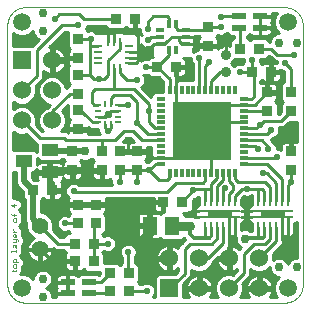
<source format=gtl>
G75*
%MOIN*%
%OFA0B0*%
%FSLAX25Y25*%
%IPPOS*%
%LPD*%
%AMOC8*
5,1,8,0,0,1.08239X$1,22.5*
%
%ADD10C,0.00000*%
%ADD11C,0.00300*%
%ADD12R,0.03543X0.03543*%
%ADD13C,0.05600*%
%ADD14R,0.01181X0.03150*%
%ADD15R,0.03150X0.01181*%
%ADD16R,0.19685X0.19685*%
%ADD17R,0.05512X0.03937*%
%ADD18R,0.06000X0.06000*%
%ADD19C,0.06000*%
%ADD20R,0.04724X0.02362*%
%ADD21R,0.05118X0.05906*%
%ADD22R,0.00984X0.03150*%
%ADD23R,0.03150X0.00984*%
%ADD24R,0.02756X0.01181*%
%ADD25R,0.01181X0.02756*%
%ADD26R,0.01102X0.03543*%
%ADD27R,0.01142X0.03543*%
%ADD28R,0.07874X0.03150*%
%ADD29R,0.00984X0.01969*%
%ADD30R,0.01969X0.00984*%
%ADD31C,0.03500*%
%ADD32C,0.00984*%
%ADD33C,0.02178*%
%ADD34C,0.02953*%
%ADD35C,0.01969*%
%ADD36C,0.02953*%
%ADD37C,0.01378*%
%ADD38C,0.05906*%
%ADD39C,0.01102*%
D10*
X0009483Y0006895D02*
X0096098Y0006895D01*
X0096250Y0006897D01*
X0096402Y0006903D01*
X0096554Y0006913D01*
X0096705Y0006926D01*
X0096856Y0006944D01*
X0097007Y0006965D01*
X0097157Y0006991D01*
X0097306Y0007020D01*
X0097455Y0007053D01*
X0097602Y0007090D01*
X0097749Y0007130D01*
X0097894Y0007175D01*
X0098038Y0007223D01*
X0098181Y0007275D01*
X0098323Y0007330D01*
X0098463Y0007389D01*
X0098602Y0007452D01*
X0098739Y0007518D01*
X0098874Y0007588D01*
X0099007Y0007661D01*
X0099138Y0007738D01*
X0099268Y0007818D01*
X0099395Y0007901D01*
X0099520Y0007987D01*
X0099643Y0008077D01*
X0099763Y0008170D01*
X0099881Y0008266D01*
X0099997Y0008365D01*
X0100110Y0008467D01*
X0100220Y0008571D01*
X0100328Y0008679D01*
X0100432Y0008789D01*
X0100534Y0008902D01*
X0100633Y0009018D01*
X0100729Y0009136D01*
X0100822Y0009256D01*
X0100912Y0009379D01*
X0100998Y0009504D01*
X0101081Y0009631D01*
X0101161Y0009761D01*
X0101238Y0009892D01*
X0101311Y0010025D01*
X0101381Y0010160D01*
X0101447Y0010297D01*
X0101510Y0010436D01*
X0101569Y0010576D01*
X0101624Y0010718D01*
X0101676Y0010861D01*
X0101724Y0011005D01*
X0101769Y0011150D01*
X0101809Y0011297D01*
X0101846Y0011444D01*
X0101879Y0011593D01*
X0101908Y0011742D01*
X0101934Y0011892D01*
X0101955Y0012043D01*
X0101973Y0012194D01*
X0101986Y0012345D01*
X0101996Y0012497D01*
X0102002Y0012649D01*
X0102004Y0012801D01*
X0102003Y0012801D02*
X0102003Y0099415D01*
X0102004Y0099415D02*
X0102002Y0099567D01*
X0101996Y0099719D01*
X0101986Y0099871D01*
X0101973Y0100022D01*
X0101955Y0100173D01*
X0101934Y0100324D01*
X0101908Y0100474D01*
X0101879Y0100623D01*
X0101846Y0100772D01*
X0101809Y0100919D01*
X0101769Y0101066D01*
X0101724Y0101211D01*
X0101676Y0101355D01*
X0101624Y0101498D01*
X0101569Y0101640D01*
X0101510Y0101780D01*
X0101447Y0101919D01*
X0101381Y0102056D01*
X0101311Y0102191D01*
X0101238Y0102324D01*
X0101161Y0102455D01*
X0101081Y0102585D01*
X0100998Y0102712D01*
X0100912Y0102837D01*
X0100822Y0102960D01*
X0100729Y0103080D01*
X0100633Y0103198D01*
X0100534Y0103314D01*
X0100432Y0103427D01*
X0100328Y0103537D01*
X0100220Y0103645D01*
X0100110Y0103749D01*
X0099997Y0103851D01*
X0099881Y0103950D01*
X0099763Y0104046D01*
X0099643Y0104139D01*
X0099520Y0104229D01*
X0099395Y0104315D01*
X0099268Y0104398D01*
X0099138Y0104478D01*
X0099007Y0104555D01*
X0098874Y0104628D01*
X0098739Y0104698D01*
X0098602Y0104764D01*
X0098463Y0104827D01*
X0098323Y0104886D01*
X0098181Y0104941D01*
X0098038Y0104993D01*
X0097894Y0105041D01*
X0097749Y0105086D01*
X0097602Y0105126D01*
X0097455Y0105163D01*
X0097306Y0105196D01*
X0097157Y0105225D01*
X0097007Y0105251D01*
X0096856Y0105272D01*
X0096705Y0105290D01*
X0096554Y0105303D01*
X0096402Y0105313D01*
X0096250Y0105319D01*
X0096098Y0105321D01*
X0096098Y0105320D02*
X0009483Y0105320D01*
X0009483Y0105321D02*
X0009331Y0105319D01*
X0009179Y0105313D01*
X0009027Y0105303D01*
X0008876Y0105290D01*
X0008725Y0105272D01*
X0008574Y0105251D01*
X0008424Y0105225D01*
X0008275Y0105196D01*
X0008126Y0105163D01*
X0007979Y0105126D01*
X0007832Y0105086D01*
X0007687Y0105041D01*
X0007543Y0104993D01*
X0007400Y0104941D01*
X0007258Y0104886D01*
X0007118Y0104827D01*
X0006979Y0104764D01*
X0006842Y0104698D01*
X0006707Y0104628D01*
X0006574Y0104555D01*
X0006443Y0104478D01*
X0006313Y0104398D01*
X0006186Y0104315D01*
X0006061Y0104229D01*
X0005938Y0104139D01*
X0005818Y0104046D01*
X0005700Y0103950D01*
X0005584Y0103851D01*
X0005471Y0103749D01*
X0005361Y0103645D01*
X0005253Y0103537D01*
X0005149Y0103427D01*
X0005047Y0103314D01*
X0004948Y0103198D01*
X0004852Y0103080D01*
X0004759Y0102960D01*
X0004669Y0102837D01*
X0004583Y0102712D01*
X0004500Y0102585D01*
X0004420Y0102455D01*
X0004343Y0102324D01*
X0004270Y0102191D01*
X0004200Y0102056D01*
X0004134Y0101919D01*
X0004071Y0101780D01*
X0004012Y0101640D01*
X0003957Y0101498D01*
X0003905Y0101355D01*
X0003857Y0101211D01*
X0003812Y0101066D01*
X0003772Y0100919D01*
X0003735Y0100772D01*
X0003702Y0100623D01*
X0003673Y0100474D01*
X0003647Y0100324D01*
X0003626Y0100173D01*
X0003608Y0100022D01*
X0003595Y0099871D01*
X0003585Y0099719D01*
X0003579Y0099567D01*
X0003577Y0099415D01*
X0003578Y0099415D02*
X0003578Y0012801D01*
X0003577Y0012801D02*
X0003579Y0012649D01*
X0003585Y0012497D01*
X0003595Y0012345D01*
X0003608Y0012194D01*
X0003626Y0012043D01*
X0003647Y0011892D01*
X0003673Y0011742D01*
X0003702Y0011593D01*
X0003735Y0011444D01*
X0003772Y0011297D01*
X0003812Y0011150D01*
X0003857Y0011005D01*
X0003905Y0010861D01*
X0003957Y0010718D01*
X0004012Y0010576D01*
X0004071Y0010436D01*
X0004134Y0010297D01*
X0004200Y0010160D01*
X0004270Y0010025D01*
X0004343Y0009892D01*
X0004420Y0009761D01*
X0004500Y0009631D01*
X0004583Y0009504D01*
X0004669Y0009379D01*
X0004759Y0009256D01*
X0004852Y0009136D01*
X0004948Y0009018D01*
X0005047Y0008902D01*
X0005149Y0008789D01*
X0005253Y0008679D01*
X0005361Y0008571D01*
X0005471Y0008467D01*
X0005584Y0008365D01*
X0005700Y0008266D01*
X0005818Y0008170D01*
X0005938Y0008077D01*
X0006061Y0007987D01*
X0006186Y0007901D01*
X0006313Y0007818D01*
X0006443Y0007738D01*
X0006574Y0007661D01*
X0006707Y0007588D01*
X0006842Y0007518D01*
X0006979Y0007452D01*
X0007118Y0007389D01*
X0007258Y0007330D01*
X0007400Y0007275D01*
X0007543Y0007223D01*
X0007687Y0007175D01*
X0007832Y0007130D01*
X0007979Y0007090D01*
X0008126Y0007053D01*
X0008275Y0007020D01*
X0008424Y0006991D01*
X0008574Y0006965D01*
X0008725Y0006944D01*
X0008876Y0006926D01*
X0009027Y0006913D01*
X0009179Y0006903D01*
X0009331Y0006897D01*
X0009483Y0006895D01*
D11*
X0006299Y0017560D02*
X0006577Y0017838D01*
X0006299Y0017560D02*
X0005186Y0017560D01*
X0005464Y0017281D02*
X0005464Y0017838D01*
X0005742Y0018490D02*
X0006299Y0018490D01*
X0006577Y0018768D01*
X0006577Y0019325D01*
X0006299Y0019603D01*
X0005742Y0019603D01*
X0005464Y0019325D01*
X0005464Y0018768D01*
X0005742Y0018490D01*
X0005464Y0020302D02*
X0005464Y0021137D01*
X0005742Y0021415D01*
X0006299Y0021415D01*
X0006577Y0021137D01*
X0006577Y0020302D01*
X0007134Y0020302D02*
X0005464Y0020302D01*
X0004908Y0023927D02*
X0004908Y0024206D01*
X0006577Y0024206D01*
X0006577Y0024484D02*
X0006577Y0023927D01*
X0006299Y0025136D02*
X0006021Y0025414D01*
X0006021Y0026249D01*
X0005742Y0026249D02*
X0006577Y0026249D01*
X0006577Y0025414D01*
X0006299Y0025136D01*
X0005464Y0025414D02*
X0005464Y0025971D01*
X0005742Y0026249D01*
X0005464Y0026948D02*
X0006299Y0026948D01*
X0006577Y0027227D01*
X0006577Y0028062D01*
X0006856Y0028062D02*
X0007134Y0027783D01*
X0007134Y0027505D01*
X0006856Y0028062D02*
X0005464Y0028062D01*
X0005742Y0028761D02*
X0005464Y0029039D01*
X0005464Y0029596D01*
X0005742Y0029874D01*
X0006021Y0029874D01*
X0006021Y0028761D01*
X0006299Y0028761D02*
X0005742Y0028761D01*
X0006299Y0028761D02*
X0006577Y0029039D01*
X0006577Y0029596D01*
X0006577Y0030573D02*
X0005464Y0030573D01*
X0006021Y0030573D02*
X0005464Y0031130D01*
X0005464Y0031408D01*
X0005742Y0033896D02*
X0006299Y0033896D01*
X0006577Y0034175D01*
X0006577Y0034731D01*
X0006299Y0035010D01*
X0005742Y0035010D01*
X0005464Y0034731D01*
X0005464Y0034175D01*
X0005742Y0033896D01*
X0005742Y0035709D02*
X0005742Y0036266D01*
X0005186Y0035987D02*
X0004908Y0036266D01*
X0005186Y0035987D02*
X0006577Y0035987D01*
X0005742Y0038730D02*
X0005742Y0039843D01*
X0004908Y0039565D02*
X0005742Y0038730D01*
X0006577Y0039565D02*
X0004908Y0039565D01*
D12*
X0012239Y0044297D03*
X0018538Y0044297D03*
X0025231Y0050989D03*
X0025231Y0057289D03*
X0027200Y0064769D03*
X0027200Y0071068D03*
X0027200Y0076580D03*
X0027200Y0082879D03*
X0027200Y0088391D03*
X0027200Y0094690D03*
X0039798Y0101383D03*
X0046098Y0101383D03*
X0053578Y0085438D03*
X0059877Y0085438D03*
X0070507Y0092328D03*
X0070507Y0098627D03*
X0081137Y0091541D03*
X0087436Y0091541D03*
X0085074Y0083667D03*
X0091373Y0083667D03*
X0090192Y0076974D03*
X0090192Y0070675D03*
X0098066Y0070675D03*
X0098066Y0076974D03*
X0098066Y0057289D03*
X0098066Y0050989D03*
X0061846Y0040360D03*
X0055546Y0040360D03*
X0046885Y0050989D03*
X0040979Y0050989D03*
X0035074Y0050989D03*
X0035074Y0057289D03*
X0040979Y0057289D03*
X0046885Y0057289D03*
X0033105Y0039572D03*
X0027200Y0039572D03*
X0027200Y0033273D03*
X0033105Y0033273D03*
X0032318Y0026580D03*
X0032318Y0020675D03*
X0037830Y0016738D03*
X0037830Y0010832D03*
X0044129Y0010832D03*
X0044129Y0016738D03*
X0026019Y0020675D03*
X0026019Y0026580D03*
D13*
X0014405Y0024612D03*
X0014405Y0032486D03*
D14*
X0057712Y0050202D03*
X0059680Y0050202D03*
X0061649Y0050202D03*
X0063617Y0050202D03*
X0065586Y0050202D03*
X0067554Y0050202D03*
X0069523Y0050202D03*
X0071491Y0050202D03*
X0073460Y0050202D03*
X0075428Y0050202D03*
X0077397Y0050202D03*
X0079365Y0050202D03*
X0079365Y0077761D03*
X0077397Y0077761D03*
X0075428Y0077761D03*
X0073460Y0077761D03*
X0071491Y0077761D03*
X0069523Y0077761D03*
X0067554Y0077761D03*
X0065586Y0077761D03*
X0063617Y0077761D03*
X0061649Y0077761D03*
X0059680Y0077761D03*
X0057712Y0077761D03*
D15*
X0054759Y0074808D03*
X0054759Y0072840D03*
X0054759Y0070871D03*
X0054759Y0068903D03*
X0054759Y0066934D03*
X0054759Y0064966D03*
X0054759Y0062997D03*
X0054759Y0061029D03*
X0054759Y0059060D03*
X0054759Y0057092D03*
X0054759Y0055123D03*
X0054759Y0053155D03*
X0082318Y0053155D03*
X0082318Y0055123D03*
X0082318Y0057092D03*
X0082318Y0059060D03*
X0082318Y0061029D03*
X0082318Y0062997D03*
X0082318Y0064966D03*
X0082318Y0066934D03*
X0082318Y0068903D03*
X0082318Y0070871D03*
X0082318Y0072840D03*
X0082318Y0074808D03*
D16*
X0068538Y0063982D03*
D17*
X0017751Y0057879D03*
X0009090Y0054139D03*
X0017751Y0050399D03*
D18*
X0008499Y0087604D03*
X0057475Y0011738D03*
D19*
X0067475Y0011738D03*
X0077475Y0011738D03*
X0087475Y0011738D03*
X0087475Y0021738D03*
X0077475Y0021738D03*
X0067475Y0021738D03*
X0057475Y0021738D03*
X0018499Y0067604D03*
X0018499Y0077604D03*
X0008499Y0077604D03*
X0008499Y0067604D03*
X0018499Y0087604D03*
D20*
X0080743Y0098529D03*
X0080743Y0102269D03*
X0087830Y0102269D03*
X0087830Y0098529D03*
X0030743Y0013686D03*
X0030743Y0009946D03*
X0023657Y0009946D03*
X0023657Y0013686D03*
D21*
X0051019Y0032486D03*
X0058499Y0032486D03*
D22*
X0040979Y0085241D03*
X0039011Y0085241D03*
X0037042Y0085241D03*
X0037042Y0093903D03*
X0039011Y0093903D03*
X0040979Y0093903D03*
D23*
X0044129Y0092525D03*
X0044129Y0090556D03*
X0044129Y0088588D03*
X0044129Y0086619D03*
X0033893Y0086619D03*
X0033893Y0088588D03*
X0033893Y0090556D03*
X0033893Y0092525D03*
X0069129Y0037407D03*
X0069129Y0035438D03*
X0079759Y0035438D03*
X0079759Y0037407D03*
X0086846Y0037407D03*
X0086846Y0035438D03*
X0097475Y0035438D03*
X0097475Y0037407D03*
D24*
X0063027Y0093115D03*
X0063027Y0095478D03*
X0063027Y0097840D03*
X0054365Y0097840D03*
X0054365Y0095478D03*
X0054365Y0093115D03*
D25*
X0057515Y0091147D03*
X0059877Y0091147D03*
X0059877Y0099808D03*
X0057515Y0099808D03*
D26*
X0069523Y0040753D03*
X0071491Y0040753D03*
X0073460Y0040753D03*
X0075428Y0040753D03*
X0079365Y0040753D03*
X0087239Y0040753D03*
X0089208Y0040753D03*
X0091176Y0040753D03*
X0093145Y0040753D03*
X0097082Y0040753D03*
X0097082Y0032092D03*
X0095113Y0032092D03*
X0093145Y0032092D03*
X0091176Y0032092D03*
X0089208Y0032092D03*
X0087239Y0032092D03*
X0079365Y0032092D03*
X0077397Y0032092D03*
X0075428Y0032092D03*
X0073460Y0032092D03*
X0071491Y0032092D03*
X0069523Y0032092D03*
D27*
X0077397Y0040753D03*
X0095113Y0040753D03*
D28*
X0092161Y0036423D03*
X0074444Y0036423D03*
D29*
X0038027Y0066541D03*
X0036058Y0066541D03*
X0036058Y0073234D03*
X0038027Y0073234D03*
D30*
X0040389Y0072840D03*
X0040389Y0070871D03*
X0040389Y0068903D03*
X0040389Y0066934D03*
X0033696Y0066934D03*
X0033696Y0068903D03*
X0033696Y0070871D03*
X0033696Y0072840D03*
D31*
X0076413Y0083667D03*
X0076413Y0089572D03*
D32*
X0076420Y0089580D02*
X0076405Y0089580D01*
X0076405Y0092814D01*
X0076093Y0092814D01*
X0075467Y0092690D01*
X0074877Y0092445D01*
X0074346Y0092090D01*
X0073894Y0091639D01*
X0073771Y0091454D01*
X0073771Y0091934D01*
X0070901Y0091934D01*
X0070901Y0092722D01*
X0073771Y0092722D01*
X0073771Y0094296D01*
X0073669Y0094676D01*
X0073473Y0095016D01*
X0073195Y0095294D01*
X0073124Y0095335D01*
X0073782Y0095993D01*
X0074091Y0095865D01*
X0075190Y0095865D01*
X0076205Y0096286D01*
X0076708Y0096788D01*
X0076708Y0096655D01*
X0077688Y0095675D01*
X0078972Y0095675D01*
X0078972Y0094986D01*
X0078672Y0094986D01*
X0077692Y0094005D01*
X0077692Y0092551D01*
X0077358Y0092690D01*
X0076732Y0092814D01*
X0076420Y0092814D01*
X0076420Y0089580D01*
X0076405Y0090430D02*
X0076420Y0090430D01*
X0076405Y0091413D02*
X0076420Y0091413D01*
X0076405Y0092395D02*
X0076420Y0092395D01*
X0077692Y0093378D02*
X0073771Y0093378D01*
X0073753Y0094361D02*
X0078048Y0094361D01*
X0078972Y0095344D02*
X0073133Y0095344D01*
X0074802Y0092395D02*
X0070901Y0092395D01*
X0070507Y0092328D02*
X0074641Y0092328D01*
X0070507Y0092328D02*
X0069720Y0093115D01*
X0063027Y0093115D01*
X0061649Y0093115D01*
X0060664Y0094100D01*
X0060664Y0095478D01*
X0058302Y0095478D01*
X0058696Y0095478D01*
X0058302Y0095478D02*
X0056924Y0094100D01*
X0055940Y0093115D01*
X0054365Y0093115D01*
X0052594Y0093115D01*
X0050822Y0091344D01*
X0050428Y0091344D01*
X0049879Y0091731D02*
X0050978Y0091731D01*
X0051588Y0091984D01*
X0051597Y0091949D01*
X0051793Y0091609D01*
X0051806Y0091596D01*
X0051806Y0089164D01*
X0052087Y0088883D01*
X0051113Y0088883D01*
X0050418Y0088188D01*
X0050387Y0088201D01*
X0049288Y0088201D01*
X0048273Y0087780D01*
X0048066Y0087573D01*
X0048066Y0092978D01*
X0048087Y0092929D01*
X0048864Y0092152D01*
X0049879Y0091731D01*
X0048620Y0092395D02*
X0048066Y0092395D01*
X0048066Y0091413D02*
X0051806Y0091413D01*
X0051806Y0090430D02*
X0048066Y0090430D01*
X0048066Y0089447D02*
X0051806Y0089447D01*
X0050694Y0088464D02*
X0048066Y0088464D01*
X0047082Y0088588D02*
X0044129Y0088588D01*
X0044129Y0090556D02*
X0047082Y0090556D01*
X0047082Y0087407D02*
X0047082Y0096462D01*
X0046098Y0097446D01*
X0046098Y0101383D01*
X0046491Y0100989D02*
X0046491Y0098119D01*
X0047666Y0098119D01*
X0047666Y0097487D01*
X0048087Y0096472D01*
X0048294Y0096265D01*
X0048087Y0096058D01*
X0048066Y0096008D01*
X0048066Y0096279D01*
X0047489Y0096856D01*
X0042460Y0096856D01*
X0042165Y0097151D01*
X0039794Y0097151D01*
X0039613Y0096970D01*
X0039011Y0096970D01*
X0039011Y0096856D01*
X0039011Y0096856D01*
X0039011Y0096970D01*
X0038322Y0096970D01*
X0038027Y0096891D01*
X0037731Y0096970D01*
X0037042Y0096970D01*
X0036354Y0096970D01*
X0035974Y0096868D01*
X0035953Y0096856D01*
X0033272Y0096856D01*
X0032898Y0097229D01*
X0031883Y0097649D01*
X0030784Y0097649D01*
X0030336Y0097464D01*
X0029665Y0098135D01*
X0029660Y0098135D01*
X0029962Y0098865D01*
X0029962Y0099218D01*
X0030065Y0099218D01*
X0036353Y0099218D01*
X0036353Y0098918D01*
X0037334Y0097938D01*
X0042263Y0097938D01*
X0043091Y0098766D01*
X0043132Y0098695D01*
X0043410Y0098418D01*
X0043750Y0098221D01*
X0044129Y0098119D01*
X0045704Y0098119D01*
X0045704Y0100989D01*
X0046491Y0100989D01*
X0046491Y0100258D02*
X0045704Y0100258D01*
X0045704Y0099275D02*
X0046491Y0099275D01*
X0046491Y0098292D02*
X0045704Y0098292D01*
X0046294Y0097249D02*
X0047082Y0096462D01*
X0048019Y0096326D02*
X0048232Y0096326D01*
X0047740Y0097309D02*
X0032704Y0097309D01*
X0031334Y0094887D02*
X0031137Y0094887D01*
X0031137Y0092328D01*
X0031334Y0092525D01*
X0033893Y0092525D01*
X0031137Y0092328D02*
X0031137Y0083076D01*
X0030940Y0082879D01*
X0027200Y0082879D01*
X0023755Y0082568D02*
X0015586Y0082568D01*
X0015586Y0081628D02*
X0015586Y0084168D01*
X0016145Y0083762D01*
X0016775Y0083441D01*
X0017447Y0083222D01*
X0018007Y0083133D01*
X0018007Y0087111D01*
X0018991Y0087111D01*
X0018991Y0083133D01*
X0019551Y0083222D01*
X0020223Y0083441D01*
X0020853Y0083762D01*
X0021426Y0084177D01*
X0021926Y0084677D01*
X0022341Y0085249D01*
X0022662Y0085879D01*
X0022881Y0086552D01*
X0022969Y0087112D01*
X0018991Y0087112D01*
X0018991Y0088096D01*
X0018007Y0088096D01*
X0018007Y0092074D01*
X0017531Y0091998D01*
X0022782Y0097249D01*
X0023849Y0097249D01*
X0023755Y0097155D01*
X0023755Y0092226D01*
X0024583Y0091398D01*
X0024512Y0091357D01*
X0024234Y0091079D01*
X0024038Y0090739D01*
X0023936Y0090359D01*
X0023936Y0088785D01*
X0026806Y0088785D01*
X0026806Y0087997D01*
X0023936Y0087997D01*
X0023936Y0086423D01*
X0024038Y0086043D01*
X0024190Y0085779D01*
X0023755Y0085344D01*
X0023755Y0080415D01*
X0024440Y0079730D01*
X0023755Y0079045D01*
X0023755Y0078745D01*
X0023547Y0078745D01*
X0023172Y0078371D01*
X0023172Y0078533D01*
X0022461Y0080251D01*
X0021146Y0081565D01*
X0019429Y0082277D01*
X0017570Y0082277D01*
X0015852Y0081565D01*
X0014537Y0080251D01*
X0013826Y0078533D01*
X0013826Y0076674D01*
X0014537Y0074956D01*
X0015852Y0073642D01*
X0017570Y0072930D01*
X0017732Y0072930D01*
X0017642Y0072840D01*
X0016731Y0071930D01*
X0015852Y0071565D01*
X0014537Y0070251D01*
X0013826Y0068533D01*
X0013826Y0066674D01*
X0014537Y0064956D01*
X0015512Y0063982D01*
X0015183Y0063982D01*
X0012973Y0066192D01*
X0013172Y0066674D01*
X0013172Y0068533D01*
X0012461Y0070251D01*
X0011146Y0071565D01*
X0009429Y0072277D01*
X0007570Y0072277D01*
X0005852Y0071565D01*
X0005570Y0071283D01*
X0005570Y0073924D01*
X0005852Y0073642D01*
X0007570Y0072930D01*
X0009429Y0072930D01*
X0011146Y0073642D01*
X0012461Y0074956D01*
X0013172Y0076674D01*
X0013172Y0078533D01*
X0012973Y0079015D01*
X0015586Y0081628D01*
X0015543Y0081585D02*
X0015899Y0081585D01*
X0014889Y0080602D02*
X0014560Y0080602D01*
X0014276Y0079619D02*
X0013577Y0079619D01*
X0013869Y0078637D02*
X0013129Y0078637D01*
X0013172Y0077654D02*
X0013826Y0077654D01*
X0013827Y0076671D02*
X0013171Y0076671D01*
X0012764Y0075688D02*
X0014234Y0075688D01*
X0014788Y0074706D02*
X0012210Y0074706D01*
X0011227Y0073723D02*
X0015771Y0073723D01*
X0017542Y0072740D02*
X0005570Y0072740D01*
X0005570Y0071757D02*
X0006315Y0071757D01*
X0005771Y0073723D02*
X0005570Y0073723D01*
X0008499Y0077604D02*
X0013420Y0082525D01*
X0013420Y0090950D01*
X0021885Y0099415D01*
X0027200Y0099415D01*
X0029725Y0098292D02*
X0036980Y0098292D01*
X0037042Y0096970D02*
X0037042Y0096856D01*
X0037042Y0096856D01*
X0037042Y0096970D01*
X0037042Y0096462D02*
X0037830Y0097249D01*
X0039011Y0097249D01*
X0039011Y0093706D01*
X0037042Y0093903D02*
X0037042Y0096462D01*
X0039011Y0097249D02*
X0046294Y0097249D01*
X0043627Y0098292D02*
X0042617Y0098292D01*
X0039798Y0101383D02*
X0029168Y0101383D01*
X0027594Y0102958D01*
X0020901Y0102958D01*
X0019326Y0101383D01*
X0021859Y0096326D02*
X0023755Y0096326D01*
X0023755Y0095344D02*
X0020876Y0095344D01*
X0019893Y0094361D02*
X0023755Y0094361D01*
X0023755Y0093378D02*
X0018911Y0093378D01*
X0018991Y0092074D02*
X0018991Y0088096D01*
X0022969Y0088096D01*
X0022881Y0088656D01*
X0022662Y0089328D01*
X0022341Y0089958D01*
X0021926Y0090530D01*
X0021426Y0091030D01*
X0020853Y0091446D01*
X0020223Y0091767D01*
X0019551Y0091985D01*
X0018991Y0092074D01*
X0018991Y0091413D02*
X0018007Y0091413D01*
X0018007Y0090430D02*
X0018991Y0090430D01*
X0018991Y0089447D02*
X0018007Y0089447D01*
X0018007Y0088464D02*
X0018991Y0088464D01*
X0019287Y0088391D02*
X0018499Y0087604D01*
X0018991Y0087482D02*
X0023936Y0087482D01*
X0023936Y0086499D02*
X0022863Y0086499D01*
X0022477Y0085516D02*
X0023927Y0085516D01*
X0023755Y0084533D02*
X0021782Y0084533D01*
X0020439Y0083551D02*
X0023755Y0083551D01*
X0023755Y0081585D02*
X0021099Y0081585D01*
X0022109Y0080602D02*
X0023755Y0080602D01*
X0024330Y0079619D02*
X0022722Y0079619D01*
X0023129Y0078637D02*
X0023438Y0078637D01*
X0024444Y0076580D02*
X0018538Y0070675D01*
X0018538Y0067643D01*
X0018499Y0067604D01*
X0021819Y0070893D02*
X0023755Y0072829D01*
X0023755Y0068603D01*
X0024583Y0067776D01*
X0024512Y0067735D01*
X0024234Y0067457D01*
X0024038Y0067117D01*
X0023936Y0066737D01*
X0023936Y0065163D01*
X0026806Y0065163D01*
X0026806Y0064375D01*
X0023936Y0064375D01*
X0023936Y0063418D01*
X0023372Y0063982D01*
X0021486Y0063982D01*
X0022461Y0064956D01*
X0023172Y0066674D01*
X0023172Y0068533D01*
X0022461Y0070251D01*
X0021819Y0070893D01*
X0021937Y0070775D02*
X0023755Y0070775D01*
X0023755Y0071757D02*
X0022684Y0071757D01*
X0023666Y0072740D02*
X0023755Y0072740D01*
X0023755Y0069792D02*
X0022651Y0069792D01*
X0023058Y0068809D02*
X0023755Y0068809D01*
X0023172Y0067826D02*
X0024532Y0067826D01*
X0023965Y0066844D02*
X0023172Y0066844D01*
X0022835Y0065861D02*
X0023936Y0065861D01*
X0022382Y0064878D02*
X0026806Y0064878D01*
X0027200Y0064769D02*
X0027987Y0063982D01*
X0031137Y0063982D01*
X0030464Y0063895D02*
X0034066Y0063895D01*
X0033893Y0064069D02*
X0033893Y0064769D01*
X0031224Y0064769D01*
X0030464Y0065530D01*
X0030464Y0065163D01*
X0027594Y0065163D01*
X0027594Y0064375D01*
X0030464Y0064375D01*
X0030464Y0063194D01*
X0034379Y0063194D01*
X0034280Y0063432D01*
X0034280Y0063682D01*
X0033893Y0064069D01*
X0036058Y0064966D02*
X0037042Y0063982D01*
X0038027Y0064966D01*
X0038027Y0066541D01*
X0036058Y0066541D02*
X0036058Y0064966D01*
X0033696Y0066934D02*
X0032121Y0066934D01*
X0029168Y0069887D01*
X0027987Y0071068D01*
X0027200Y0071068D01*
X0031727Y0073627D02*
X0032515Y0072840D01*
X0033696Y0072840D01*
X0031727Y0073627D02*
X0031727Y0077171D01*
X0032712Y0078155D01*
X0036255Y0078155D01*
X0038814Y0078155D01*
X0039011Y0078352D01*
X0039011Y0082289D01*
X0039011Y0085241D01*
X0037042Y0085241D02*
X0037042Y0082682D01*
X0035861Y0081501D01*
X0032318Y0081501D01*
X0031137Y0082682D01*
X0031137Y0083076D01*
X0037042Y0085241D02*
X0037042Y0087604D01*
X0040979Y0091541D01*
X0040979Y0093903D01*
X0047082Y0087407D02*
X0046294Y0086619D01*
X0043932Y0086619D01*
X0040979Y0085241D02*
X0040979Y0083470D01*
X0043342Y0081108D01*
X0046688Y0081108D01*
X0048840Y0082862D02*
X0049288Y0082676D01*
X0050387Y0082676D01*
X0050418Y0082689D01*
X0051113Y0081993D01*
X0053960Y0081993D01*
X0055546Y0080408D01*
X0055546Y0080127D01*
X0055448Y0080029D01*
X0055448Y0077072D01*
X0052491Y0077072D01*
X0051511Y0076092D01*
X0051511Y0075410D01*
X0048184Y0078737D01*
X0048253Y0078766D01*
X0049030Y0079543D01*
X0049450Y0080558D01*
X0049450Y0081657D01*
X0049030Y0082672D01*
X0048840Y0082862D01*
X0049073Y0082568D02*
X0050539Y0082568D01*
X0049450Y0081585D02*
X0054369Y0081585D01*
X0055352Y0080602D02*
X0049450Y0080602D01*
X0049061Y0079619D02*
X0055448Y0079619D01*
X0055448Y0078637D02*
X0048284Y0078637D01*
X0049267Y0077654D02*
X0055448Y0077654D01*
X0057712Y0077761D02*
X0057712Y0081304D01*
X0053578Y0085438D01*
X0057515Y0089375D01*
X0057515Y0091147D01*
X0060664Y0095478D02*
X0062633Y0095478D01*
X0066570Y0095478D01*
X0065897Y0095478D02*
X0065897Y0095675D01*
X0067550Y0095675D01*
X0067890Y0095335D01*
X0067819Y0095294D01*
X0067541Y0095016D01*
X0067345Y0094676D01*
X0067243Y0094296D01*
X0067243Y0092722D01*
X0070113Y0092722D01*
X0070113Y0091934D01*
X0067243Y0091934D01*
X0067243Y0091153D01*
X0067005Y0091153D01*
X0065990Y0090733D01*
X0065586Y0090329D01*
X0065586Y0091596D01*
X0065599Y0091609D01*
X0065795Y0091949D01*
X0065897Y0092328D01*
X0065897Y0093115D01*
X0065586Y0093115D01*
X0065586Y0093116D01*
X0065897Y0093116D01*
X0065897Y0093902D01*
X0065795Y0094282D01*
X0065787Y0094297D01*
X0065795Y0094311D01*
X0065897Y0094691D01*
X0065897Y0095478D01*
X0065586Y0095478D01*
X0065586Y0095478D01*
X0065897Y0095478D01*
X0065897Y0095344D02*
X0067881Y0095344D01*
X0067261Y0094361D02*
X0065808Y0094361D01*
X0065897Y0093378D02*
X0067243Y0093378D01*
X0067243Y0091413D02*
X0065586Y0091413D01*
X0065586Y0090430D02*
X0065687Y0090430D01*
X0065897Y0092395D02*
X0070113Y0092395D01*
X0067554Y0088391D02*
X0067554Y0077761D01*
X0069523Y0077761D02*
X0069523Y0085635D01*
X0070901Y0087013D01*
X0074444Y0083667D02*
X0076413Y0083667D01*
X0074444Y0083667D02*
X0071491Y0080714D01*
X0071491Y0077761D01*
X0076216Y0072840D02*
X0082318Y0072840D01*
X0086058Y0072840D01*
X0090192Y0076974D01*
X0094129Y0076974D01*
X0094621Y0076671D02*
X0090586Y0076671D01*
X0090586Y0076580D02*
X0090586Y0077367D01*
X0093456Y0077367D01*
X0093456Y0078942D01*
X0093354Y0079321D01*
X0093158Y0079662D01*
X0092880Y0079939D01*
X0092540Y0080136D01*
X0092160Y0080238D01*
X0090586Y0080238D01*
X0090586Y0077368D01*
X0089798Y0077368D01*
X0089798Y0080238D01*
X0088224Y0080238D01*
X0087844Y0080136D01*
X0087830Y0080127D01*
X0087830Y0080513D01*
X0088367Y0081050D01*
X0088407Y0080979D01*
X0088685Y0080701D01*
X0089026Y0080505D01*
X0089405Y0080403D01*
X0090979Y0080403D01*
X0090979Y0083273D01*
X0091767Y0083273D01*
X0091767Y0084060D01*
X0094637Y0084060D01*
X0094637Y0084431D01*
X0095548Y0084054D01*
X0095797Y0084054D01*
X0095901Y0083951D01*
X0095901Y0080419D01*
X0095601Y0080419D01*
X0094621Y0079438D01*
X0094621Y0074509D01*
X0095306Y0073824D01*
X0094621Y0073139D01*
X0094621Y0070292D01*
X0094020Y0069690D01*
X0093637Y0069690D01*
X0093637Y0073139D01*
X0092809Y0073967D01*
X0092880Y0074008D01*
X0093158Y0074286D01*
X0093354Y0074626D01*
X0093456Y0075006D01*
X0093456Y0076580D01*
X0090586Y0076580D01*
X0090192Y0076974D02*
X0090192Y0082486D01*
X0091373Y0083667D01*
X0094916Y0083667D01*
X0094637Y0083273D02*
X0091767Y0083273D01*
X0091767Y0080403D01*
X0093341Y0080403D01*
X0093721Y0080505D01*
X0094061Y0080701D01*
X0094339Y0080979D01*
X0094535Y0081319D01*
X0094637Y0081699D01*
X0094637Y0083273D01*
X0094637Y0082568D02*
X0095901Y0082568D01*
X0095901Y0083551D02*
X0091767Y0083551D01*
X0091373Y0083667D02*
X0091373Y0087801D01*
X0091584Y0088464D02*
X0090269Y0088464D01*
X0089901Y0088096D02*
X0090881Y0089076D01*
X0090881Y0089167D01*
X0091373Y0088675D01*
X0092642Y0087407D01*
X0093352Y0087407D01*
X0093335Y0087366D01*
X0093335Y0086930D01*
X0091767Y0086930D01*
X0091767Y0084060D01*
X0090979Y0084060D01*
X0090979Y0086930D01*
X0089405Y0086930D01*
X0089026Y0086829D01*
X0088685Y0086632D01*
X0088407Y0086354D01*
X0088367Y0086284D01*
X0087708Y0086942D01*
X0087836Y0087251D01*
X0087836Y0088096D01*
X0089901Y0088096D01*
X0087836Y0087482D02*
X0092567Y0087482D01*
X0091767Y0086499D02*
X0090979Y0086499D01*
X0090979Y0085516D02*
X0091767Y0085516D01*
X0091767Y0084533D02*
X0090979Y0084533D01*
X0090979Y0082568D02*
X0091767Y0082568D01*
X0091767Y0081585D02*
X0090979Y0081585D01*
X0090979Y0080602D02*
X0091767Y0080602D01*
X0090586Y0079619D02*
X0089798Y0079619D01*
X0089798Y0078637D02*
X0090586Y0078637D01*
X0090586Y0077654D02*
X0089798Y0077654D01*
X0088856Y0080602D02*
X0087919Y0080602D01*
X0085664Y0083273D02*
X0085074Y0083667D01*
X0081137Y0083667D01*
X0079242Y0085678D02*
X0078352Y0086569D01*
X0077982Y0086722D01*
X0078479Y0087054D01*
X0078931Y0087505D01*
X0079286Y0088036D01*
X0079310Y0088096D01*
X0082312Y0088096D01*
X0082312Y0087251D01*
X0082440Y0086942D01*
X0081856Y0086359D01*
X0081686Y0086429D01*
X0080587Y0086429D01*
X0079572Y0086008D01*
X0079242Y0085678D01*
X0078421Y0086499D02*
X0081996Y0086499D01*
X0082312Y0087482D02*
X0078907Y0087482D01*
X0081137Y0091541D02*
X0081137Y0098529D01*
X0080743Y0098529D01*
X0080743Y0102269D02*
X0074936Y0102269D01*
X0074838Y0102171D01*
X0074641Y0098627D02*
X0070507Y0098627D01*
X0069720Y0097840D01*
X0063027Y0097840D01*
X0060468Y0097840D01*
X0059877Y0098430D01*
X0059877Y0099808D01*
X0057515Y0099808D02*
X0057515Y0101777D01*
X0056924Y0102367D01*
X0052200Y0102367D01*
X0050428Y0100596D01*
X0050428Y0098037D01*
X0051412Y0095478D02*
X0050428Y0094493D01*
X0051412Y0095478D02*
X0054365Y0095478D01*
X0062633Y0095478D02*
X0063027Y0095478D01*
X0062246Y0088588D02*
X0064792Y0088588D01*
X0064792Y0087842D01*
X0065213Y0086826D01*
X0065389Y0086650D01*
X0065389Y0081009D01*
X0060365Y0081009D01*
X0060184Y0080828D01*
X0059877Y0080828D01*
X0059877Y0082201D01*
X0059483Y0082595D01*
X0059483Y0085045D01*
X0060271Y0085045D01*
X0060271Y0085832D01*
X0063141Y0085832D01*
X0063141Y0087406D01*
X0063039Y0087786D01*
X0062843Y0088126D01*
X0062565Y0088404D01*
X0062246Y0088588D01*
X0062460Y0088464D02*
X0064792Y0088464D01*
X0064941Y0087482D02*
X0063121Y0087482D01*
X0063141Y0086499D02*
X0065389Y0086499D01*
X0065389Y0085516D02*
X0060271Y0085516D01*
X0059877Y0085438D02*
X0059680Y0083864D01*
X0059680Y0077761D01*
X0059680Y0071659D01*
X0059877Y0071462D01*
X0054759Y0064966D02*
X0052790Y0064966D01*
X0050822Y0066934D01*
X0050822Y0070871D01*
X0050822Y0073037D01*
X0045704Y0078155D01*
X0043145Y0078155D01*
X0038814Y0078155D01*
X0039011Y0075989D02*
X0044523Y0075989D01*
X0046688Y0073824D01*
X0046688Y0066738D01*
X0050428Y0062997D01*
X0054759Y0062997D01*
X0054759Y0061029D02*
X0048460Y0061029D01*
X0045507Y0063982D01*
X0042357Y0063982D01*
X0039405Y0061029D01*
X0035074Y0061029D01*
X0035074Y0057289D01*
X0032385Y0054068D02*
X0027920Y0054068D01*
X0027848Y0053996D02*
X0028268Y0054416D01*
X0028936Y0054139D01*
X0030189Y0054139D01*
X0031346Y0054619D01*
X0031629Y0054901D01*
X0031629Y0054824D01*
X0032457Y0053996D01*
X0032386Y0053955D01*
X0032108Y0053677D01*
X0031912Y0053337D01*
X0031810Y0052958D01*
X0031810Y0051383D01*
X0034680Y0051383D01*
X0034680Y0050596D01*
X0031810Y0050596D01*
X0031810Y0049021D01*
X0031912Y0048642D01*
X0032108Y0048302D01*
X0032386Y0048024D01*
X0032726Y0047827D01*
X0033106Y0047726D01*
X0034680Y0047726D01*
X0034680Y0050596D01*
X0035468Y0050596D01*
X0035468Y0047726D01*
X0037042Y0047726D01*
X0037422Y0047827D01*
X0037762Y0048024D01*
X0037899Y0048161D01*
X0038230Y0047829D01*
X0038217Y0047799D01*
X0038217Y0046700D01*
X0038479Y0046068D01*
X0027563Y0046068D01*
X0027190Y0046441D01*
X0026175Y0046862D01*
X0025076Y0046862D01*
X0024060Y0046441D01*
X0023283Y0045664D01*
X0022863Y0044649D01*
X0022863Y0043550D01*
X0023283Y0042535D01*
X0024008Y0041810D01*
X0023936Y0041540D01*
X0023936Y0039966D01*
X0026806Y0039966D01*
X0026806Y0039178D01*
X0023936Y0039178D01*
X0023936Y0037604D01*
X0024038Y0037225D01*
X0024234Y0036884D01*
X0024512Y0036607D01*
X0024583Y0036566D01*
X0023867Y0035849D01*
X0023419Y0036035D01*
X0022320Y0036035D01*
X0021305Y0035615D01*
X0020528Y0034838D01*
X0020107Y0033822D01*
X0020107Y0032724D01*
X0020528Y0031708D01*
X0021305Y0030931D01*
X0022320Y0030511D01*
X0023419Y0030511D01*
X0023867Y0030696D01*
X0024538Y0030025D01*
X0023554Y0030025D01*
X0022574Y0029045D01*
X0022574Y0028745D01*
X0021207Y0028745D01*
X0018725Y0031227D01*
X0018878Y0031596D01*
X0018878Y0033375D01*
X0018197Y0035019D01*
X0016938Y0036278D01*
X0015294Y0036959D01*
X0014897Y0036959D01*
X0014897Y0041044D01*
X0015532Y0041680D01*
X0015573Y0041609D01*
X0015851Y0041331D01*
X0016191Y0041134D01*
X0016570Y0041033D01*
X0018145Y0041033D01*
X0018145Y0043903D01*
X0018932Y0043903D01*
X0018932Y0041033D01*
X0020507Y0041033D01*
X0020886Y0041134D01*
X0021226Y0041331D01*
X0021504Y0041609D01*
X0021701Y0041949D01*
X0021802Y0042328D01*
X0021802Y0043903D01*
X0018932Y0043903D01*
X0018932Y0044690D01*
X0021802Y0044690D01*
X0021802Y0046265D01*
X0021701Y0046644D01*
X0021504Y0046984D01*
X0021315Y0047174D01*
X0021423Y0047236D01*
X0021701Y0047514D01*
X0021897Y0047854D01*
X0021999Y0048234D01*
X0021999Y0048904D01*
X0022069Y0048642D01*
X0022266Y0048302D01*
X0022544Y0048024D01*
X0022884Y0047827D01*
X0023263Y0047726D01*
X0024838Y0047726D01*
X0024838Y0050596D01*
X0025625Y0050596D01*
X0025625Y0051383D01*
X0028495Y0051383D01*
X0028495Y0052958D01*
X0028393Y0053337D01*
X0028197Y0053677D01*
X0027919Y0053955D01*
X0027848Y0053996D01*
X0028461Y0053085D02*
X0031844Y0053085D01*
X0031810Y0052102D02*
X0028495Y0052102D01*
X0028495Y0050596D02*
X0025625Y0050596D01*
X0025625Y0047726D01*
X0027199Y0047726D01*
X0027579Y0047827D01*
X0027919Y0048024D01*
X0028197Y0048302D01*
X0028393Y0048642D01*
X0028495Y0049021D01*
X0028495Y0050596D01*
X0028495Y0050137D02*
X0031810Y0050137D01*
X0031810Y0049154D02*
X0028495Y0049154D01*
X0028066Y0048171D02*
X0032239Y0048171D01*
X0034680Y0048171D02*
X0035468Y0048171D01*
X0035468Y0049154D02*
X0034680Y0049154D01*
X0034680Y0050137D02*
X0035468Y0050137D01*
X0035074Y0050989D02*
X0035074Y0047052D01*
X0038217Y0047188D02*
X0021340Y0047188D01*
X0021802Y0046206D02*
X0023825Y0046206D01*
X0023101Y0045223D02*
X0021802Y0045223D01*
X0022863Y0044240D02*
X0018932Y0044240D01*
X0018932Y0044690D02*
X0018932Y0046938D01*
X0018243Y0046938D01*
X0018243Y0049907D01*
X0017259Y0049907D01*
X0013503Y0049907D01*
X0013503Y0048234D01*
X0013605Y0047854D01*
X0013670Y0047741D01*
X0012553Y0047741D01*
X0011747Y0048547D01*
X0011747Y0050497D01*
X0012539Y0050497D01*
X0013503Y0051462D01*
X0013503Y0050891D01*
X0017259Y0050891D01*
X0017259Y0049907D01*
X0017259Y0047560D01*
X0018145Y0047560D01*
X0018145Y0044690D01*
X0018932Y0044690D01*
X0018932Y0045223D02*
X0018145Y0045223D01*
X0018145Y0046206D02*
X0018932Y0046206D01*
X0018243Y0047188D02*
X0018145Y0047188D01*
X0018243Y0048171D02*
X0017259Y0048171D01*
X0017259Y0049154D02*
X0018243Y0049154D01*
X0018243Y0049907D02*
X0018243Y0050891D01*
X0017259Y0050891D01*
X0017259Y0053860D01*
X0014799Y0053860D01*
X0014419Y0053758D01*
X0014079Y0053561D01*
X0013801Y0053284D01*
X0013605Y0052943D01*
X0013519Y0052623D01*
X0013519Y0055021D01*
X0014302Y0054238D01*
X0021200Y0054238D01*
X0021594Y0054631D01*
X0021979Y0054631D01*
X0022614Y0053996D01*
X0022544Y0053955D01*
X0022266Y0053677D01*
X0022069Y0053337D01*
X0021968Y0052958D01*
X0021968Y0052681D01*
X0021897Y0052943D01*
X0021701Y0053284D01*
X0021423Y0053561D01*
X0021083Y0053758D01*
X0020703Y0053860D01*
X0018243Y0053860D01*
X0018243Y0050891D01*
X0021999Y0050891D01*
X0021999Y0051383D01*
X0024838Y0051383D01*
X0024838Y0050596D01*
X0021968Y0050596D01*
X0021968Y0049907D01*
X0018243Y0049907D01*
X0018243Y0050137D02*
X0021968Y0050137D01*
X0021999Y0051119D02*
X0024838Y0051119D01*
X0025625Y0051119D02*
X0034680Y0051119D01*
X0038422Y0046206D02*
X0027426Y0046206D01*
X0025625Y0048171D02*
X0024838Y0048171D01*
X0024838Y0049154D02*
X0025625Y0049154D01*
X0025625Y0050137D02*
X0024838Y0050137D01*
X0022396Y0048171D02*
X0021982Y0048171D01*
X0018243Y0051119D02*
X0017259Y0051119D01*
X0017259Y0050137D02*
X0011747Y0050137D01*
X0011747Y0049154D02*
X0013503Y0049154D01*
X0013520Y0048171D02*
X0012123Y0048171D01*
X0013161Y0051119D02*
X0013503Y0051119D01*
X0013519Y0053085D02*
X0013686Y0053085D01*
X0013519Y0054068D02*
X0022543Y0054068D01*
X0022002Y0053085D02*
X0021816Y0053085D01*
X0018243Y0053085D02*
X0017259Y0053085D01*
X0017259Y0052102D02*
X0018243Y0052102D01*
X0013322Y0056998D02*
X0013322Y0059719D01*
X0012121Y0060919D01*
X0009910Y0063130D01*
X0009429Y0062930D01*
X0007570Y0062930D01*
X0005852Y0063642D01*
X0005570Y0063924D01*
X0005570Y0057710D01*
X0005641Y0057781D01*
X0012539Y0057781D01*
X0013322Y0056998D01*
X0013322Y0057016D02*
X0013304Y0057016D01*
X0013322Y0057999D02*
X0005570Y0057999D01*
X0005570Y0058981D02*
X0013322Y0058981D01*
X0013076Y0059964D02*
X0005570Y0059964D01*
X0005570Y0060947D02*
X0012094Y0060947D01*
X0011111Y0061930D02*
X0005570Y0061930D01*
X0005570Y0062913D02*
X0010128Y0062913D01*
X0013304Y0065861D02*
X0014163Y0065861D01*
X0014287Y0064878D02*
X0014616Y0064878D01*
X0013826Y0066844D02*
X0013172Y0066844D01*
X0013172Y0067826D02*
X0013826Y0067826D01*
X0013940Y0068809D02*
X0013058Y0068809D01*
X0012651Y0069792D02*
X0014347Y0069792D01*
X0015061Y0070775D02*
X0011937Y0070775D01*
X0010683Y0071757D02*
X0016315Y0071757D01*
X0008499Y0067604D02*
X0014287Y0061816D01*
X0022475Y0061816D01*
X0023263Y0061029D01*
X0035074Y0061029D01*
X0031115Y0064878D02*
X0027594Y0064878D01*
X0023936Y0063895D02*
X0023459Y0063895D01*
X0033696Y0068903D02*
X0036058Y0068903D01*
X0037042Y0069887D01*
X0038027Y0070871D01*
X0040389Y0070871D01*
X0040389Y0072840D02*
X0043735Y0072840D01*
X0039011Y0075989D02*
X0038027Y0075005D01*
X0038027Y0073234D01*
X0037913Y0070576D02*
X0036353Y0070576D01*
X0036353Y0069686D01*
X0036172Y0069505D01*
X0036172Y0069198D01*
X0036841Y0069198D01*
X0037731Y0069198D01*
X0037731Y0070088D01*
X0037913Y0070269D01*
X0037913Y0070576D01*
X0037731Y0069792D02*
X0036353Y0069792D01*
X0043254Y0061816D02*
X0044610Y0061816D01*
X0045874Y0060552D01*
X0044917Y0060552D01*
X0044537Y0060451D01*
X0044197Y0060254D01*
X0043932Y0059989D01*
X0043667Y0060254D01*
X0043327Y0060451D01*
X0042948Y0060552D01*
X0041990Y0060552D01*
X0043254Y0061816D01*
X0043932Y0061226D02*
X0043932Y0057289D01*
X0044916Y0057289D01*
X0046885Y0057289D01*
X0047279Y0057289D01*
X0049050Y0057289D01*
X0050822Y0057289D01*
X0050625Y0057486D01*
X0050822Y0057289D02*
X0050822Y0056304D01*
X0052200Y0055123D01*
X0054759Y0055123D01*
X0062239Y0055123D01*
X0062633Y0055517D01*
X0057712Y0050202D02*
X0057712Y0048627D01*
X0056727Y0047643D01*
X0054168Y0047643D01*
X0050822Y0050989D01*
X0052987Y0053155D01*
X0054759Y0053155D01*
X0051894Y0055123D02*
X0051893Y0055123D01*
X0051692Y0055123D01*
X0051692Y0054922D01*
X0050522Y0053752D01*
X0050273Y0053752D01*
X0050103Y0053681D01*
X0049502Y0054282D01*
X0049573Y0054323D01*
X0049851Y0054601D01*
X0050047Y0054941D01*
X0050149Y0055321D01*
X0050149Y0056895D01*
X0047279Y0056895D01*
X0047279Y0057682D01*
X0050149Y0057682D01*
X0050149Y0058864D01*
X0051511Y0058864D01*
X0051511Y0058375D01*
X0051511Y0055808D01*
X0051692Y0055627D01*
X0051692Y0055123D01*
X0051894Y0055123D01*
X0051692Y0055050D02*
X0050076Y0055050D01*
X0050149Y0056033D02*
X0051511Y0056033D01*
X0051511Y0057016D02*
X0047279Y0057016D01*
X0046885Y0057289D02*
X0043932Y0057289D01*
X0040979Y0057289D01*
X0041373Y0057016D02*
X0046491Y0057016D01*
X0046491Y0056895D02*
X0041373Y0056895D01*
X0041373Y0057682D01*
X0043621Y0057682D01*
X0046491Y0057682D01*
X0046491Y0056895D01*
X0050149Y0057999D02*
X0051511Y0057999D01*
X0050838Y0054068D02*
X0049716Y0054068D01*
X0050822Y0050989D02*
X0046885Y0050989D01*
X0046885Y0047052D01*
X0046885Y0050989D02*
X0040979Y0050989D01*
X0040979Y0047249D01*
X0036316Y0041738D02*
X0052283Y0041738D01*
X0052283Y0040753D01*
X0055153Y0040753D01*
X0055153Y0039966D01*
X0055940Y0039966D01*
X0055940Y0037112D01*
X0055247Y0037112D01*
X0054631Y0036495D01*
X0054494Y0036632D01*
X0054154Y0036829D01*
X0053774Y0036930D01*
X0051511Y0036930D01*
X0051511Y0032978D01*
X0050527Y0032978D01*
X0050527Y0036930D01*
X0048263Y0036930D01*
X0047884Y0036829D01*
X0047544Y0036632D01*
X0047266Y0036354D01*
X0047069Y0036014D01*
X0046968Y0035635D01*
X0046968Y0032978D01*
X0050527Y0032978D01*
X0050527Y0031993D01*
X0051511Y0031993D01*
X0051511Y0028041D01*
X0053774Y0028041D01*
X0054154Y0028142D01*
X0054494Y0028339D01*
X0054631Y0028476D01*
X0055247Y0027860D01*
X0061751Y0027860D01*
X0062441Y0028549D01*
X0062916Y0028075D01*
X0061736Y0026895D01*
X0060468Y0025627D01*
X0060468Y0025098D01*
X0060402Y0025164D01*
X0059830Y0025580D01*
X0059200Y0025901D01*
X0058527Y0026119D01*
X0057968Y0026208D01*
X0057968Y0022230D01*
X0056983Y0022230D01*
X0056983Y0026208D01*
X0056424Y0026119D01*
X0055751Y0025901D01*
X0055121Y0025580D01*
X0054549Y0025164D01*
X0054049Y0024664D01*
X0053633Y0024092D01*
X0053312Y0023462D01*
X0053094Y0022789D01*
X0053005Y0022230D01*
X0056983Y0022230D01*
X0056983Y0021245D01*
X0057968Y0021245D01*
X0057968Y0017267D01*
X0058527Y0017356D01*
X0059200Y0017575D01*
X0059830Y0017896D01*
X0060402Y0018311D01*
X0060468Y0018377D01*
X0060468Y0017438D01*
X0059441Y0016411D01*
X0053782Y0016411D01*
X0052802Y0015431D01*
X0052802Y0008887D01*
X0051996Y0008887D01*
X0052376Y0009267D01*
X0052797Y0010283D01*
X0052797Y0011381D01*
X0052376Y0012397D01*
X0051599Y0013174D01*
X0050584Y0013594D01*
X0049485Y0013594D01*
X0048470Y0013174D01*
X0048294Y0012997D01*
X0047574Y0012997D01*
X0047574Y0013297D01*
X0047086Y0013785D01*
X0047574Y0014273D01*
X0047574Y0019202D01*
X0046594Y0020182D01*
X0046098Y0020182D01*
X0046098Y0022083D01*
X0046274Y0022259D01*
X0046694Y0023275D01*
X0046694Y0024374D01*
X0046274Y0025389D01*
X0045497Y0026166D01*
X0044482Y0026586D01*
X0043383Y0026586D01*
X0042368Y0026166D01*
X0041591Y0025389D01*
X0041170Y0024374D01*
X0041170Y0023275D01*
X0041591Y0022259D01*
X0041767Y0022083D01*
X0041767Y0020182D01*
X0041664Y0020182D01*
X0040979Y0019498D01*
X0040295Y0020182D01*
X0035763Y0020182D01*
X0035763Y0023139D01*
X0035275Y0023627D01*
X0035763Y0024115D01*
X0035763Y0024120D01*
X0036493Y0023818D01*
X0037592Y0023818D01*
X0038607Y0024238D01*
X0039384Y0025015D01*
X0039805Y0026031D01*
X0039805Y0027129D01*
X0039384Y0028145D01*
X0038607Y0028922D01*
X0037592Y0029342D01*
X0036493Y0029342D01*
X0035763Y0029040D01*
X0035763Y0029045D01*
X0034980Y0029828D01*
X0035570Y0029828D01*
X0036550Y0030808D01*
X0036550Y0035738D01*
X0035722Y0036566D01*
X0035793Y0036607D01*
X0036071Y0036884D01*
X0036267Y0037225D01*
X0036369Y0037604D01*
X0036369Y0039178D01*
X0033499Y0039178D01*
X0033499Y0039966D01*
X0036369Y0039966D01*
X0036369Y0041540D01*
X0036316Y0041738D01*
X0036369Y0041292D02*
X0052283Y0041292D01*
X0052283Y0039966D02*
X0052283Y0038391D01*
X0052384Y0038012D01*
X0052581Y0037672D01*
X0052859Y0037394D01*
X0053199Y0037197D01*
X0053578Y0037096D01*
X0055153Y0037096D01*
X0055153Y0039966D01*
X0052283Y0039966D01*
X0052283Y0039326D02*
X0033499Y0039326D01*
X0033105Y0039572D02*
X0037239Y0039572D01*
X0036369Y0040309D02*
X0055153Y0040309D01*
X0055153Y0039326D02*
X0055940Y0039326D01*
X0055940Y0038343D02*
X0055153Y0038343D01*
X0055153Y0037361D02*
X0055940Y0037361D01*
X0052916Y0037361D02*
X0036304Y0037361D01*
X0036369Y0038343D02*
X0052295Y0038343D01*
X0051511Y0036378D02*
X0050527Y0036378D01*
X0050527Y0035395D02*
X0051511Y0035395D01*
X0051511Y0034412D02*
X0050527Y0034412D01*
X0050527Y0033430D02*
X0051511Y0033430D01*
X0050527Y0032447D02*
X0036550Y0032447D01*
X0036550Y0033430D02*
X0046968Y0033430D01*
X0046968Y0034412D02*
X0036550Y0034412D01*
X0036550Y0035395D02*
X0046968Y0035395D01*
X0047289Y0036378D02*
X0035910Y0036378D01*
X0033105Y0033273D02*
X0032318Y0032486D01*
X0032318Y0026580D01*
X0037042Y0026580D01*
X0039013Y0028516D02*
X0047367Y0028516D01*
X0047266Y0028617D02*
X0047544Y0028339D01*
X0047884Y0028142D01*
X0048263Y0028041D01*
X0050527Y0028041D01*
X0050527Y0031993D01*
X0046968Y0031993D01*
X0046968Y0029336D01*
X0047069Y0028957D01*
X0047266Y0028617D01*
X0046968Y0029499D02*
X0035309Y0029499D01*
X0036223Y0030481D02*
X0046968Y0030481D01*
X0046968Y0031464D02*
X0036550Y0031464D01*
X0039637Y0027533D02*
X0062374Y0027533D01*
X0062407Y0028516D02*
X0062475Y0028516D01*
X0061391Y0026550D02*
X0044569Y0026550D01*
X0043296Y0026550D02*
X0039805Y0026550D01*
X0039613Y0025568D02*
X0041769Y0025568D01*
X0041257Y0024585D02*
X0038953Y0024585D01*
X0041170Y0023602D02*
X0035300Y0023602D01*
X0035763Y0022619D02*
X0041441Y0022619D01*
X0041767Y0021636D02*
X0035763Y0021636D01*
X0035763Y0020654D02*
X0041767Y0020654D01*
X0041153Y0019671D02*
X0040806Y0019671D01*
X0043932Y0016934D02*
X0044129Y0016738D01*
X0043932Y0016934D02*
X0043932Y0023824D01*
X0046423Y0022619D02*
X0053067Y0022619D01*
X0053384Y0023602D02*
X0046694Y0023602D01*
X0046607Y0024585D02*
X0053992Y0024585D01*
X0055105Y0025568D02*
X0046095Y0025568D01*
X0046098Y0021636D02*
X0056983Y0021636D01*
X0056983Y0021245D02*
X0053005Y0021245D01*
X0053094Y0020686D01*
X0053312Y0020013D01*
X0053633Y0019383D01*
X0054049Y0018811D01*
X0054549Y0018311D01*
X0055121Y0017896D01*
X0055751Y0017575D01*
X0056424Y0017356D01*
X0056983Y0017267D01*
X0056983Y0021245D01*
X0056983Y0020654D02*
X0057968Y0020654D01*
X0057968Y0019671D02*
X0056983Y0019671D01*
X0056983Y0018688D02*
X0057968Y0018688D01*
X0057968Y0017705D02*
X0056983Y0017705D01*
X0055494Y0017705D02*
X0047574Y0017705D01*
X0047574Y0016723D02*
X0059753Y0016723D01*
X0059457Y0017705D02*
X0060468Y0017705D01*
X0062633Y0016541D02*
X0057830Y0011738D01*
X0057475Y0011738D01*
X0062149Y0011809D02*
X0066983Y0011809D01*
X0066983Y0012230D02*
X0066983Y0011245D01*
X0063005Y0011245D01*
X0063094Y0010686D01*
X0063312Y0010013D01*
X0063633Y0009383D01*
X0063994Y0008887D01*
X0062149Y0008887D01*
X0062149Y0012994D01*
X0064798Y0015644D01*
X0064798Y0017806D01*
X0064828Y0017776D01*
X0066546Y0017064D01*
X0068405Y0017064D01*
X0070123Y0017776D01*
X0071437Y0019090D01*
X0071885Y0020171D01*
X0072672Y0020959D01*
X0073943Y0022230D01*
X0076983Y0022230D01*
X0076983Y0025270D01*
X0077594Y0025880D01*
X0077594Y0028828D01*
X0078144Y0028828D01*
X0078381Y0028891D01*
X0078618Y0028828D01*
X0079365Y0028828D01*
X0079365Y0029533D01*
X0079365Y0029533D01*
X0079365Y0028828D01*
X0079778Y0028828D01*
X0079759Y0028781D01*
X0079759Y0027528D01*
X0080238Y0026371D01*
X0081124Y0025485D01*
X0081395Y0025373D01*
X0080794Y0024772D01*
X0080402Y0025164D01*
X0079830Y0025580D01*
X0079200Y0025901D01*
X0078527Y0026119D01*
X0077968Y0026208D01*
X0077968Y0022230D01*
X0076983Y0022230D01*
X0076983Y0021245D01*
X0077968Y0021245D01*
X0077968Y0017267D01*
X0078527Y0017356D01*
X0079200Y0017575D01*
X0079830Y0017896D01*
X0080153Y0018130D01*
X0080153Y0017634D01*
X0078776Y0016257D01*
X0078405Y0016411D01*
X0076546Y0016411D01*
X0074828Y0015699D01*
X0073514Y0014385D01*
X0072802Y0012667D01*
X0072802Y0010808D01*
X0073514Y0009090D01*
X0073717Y0008887D01*
X0070957Y0008887D01*
X0071317Y0009383D01*
X0071638Y0010013D01*
X0071857Y0010686D01*
X0071946Y0011245D01*
X0067968Y0011245D01*
X0067968Y0012230D01*
X0066983Y0012230D01*
X0066983Y0016208D01*
X0066424Y0016119D01*
X0065751Y0015901D01*
X0065121Y0015580D01*
X0064549Y0015164D01*
X0064049Y0014664D01*
X0063633Y0014092D01*
X0063312Y0013462D01*
X0063094Y0012789D01*
X0063005Y0012230D01*
X0066983Y0012230D01*
X0066983Y0012792D02*
X0067968Y0012792D01*
X0067968Y0012230D02*
X0067968Y0016208D01*
X0068527Y0016119D01*
X0069200Y0015901D01*
X0069830Y0015580D01*
X0070402Y0015164D01*
X0070902Y0014664D01*
X0071317Y0014092D01*
X0071638Y0013462D01*
X0071857Y0012789D01*
X0071946Y0012230D01*
X0067968Y0012230D01*
X0067968Y0011809D02*
X0072802Y0011809D01*
X0072802Y0010826D02*
X0071879Y0010826D01*
X0071552Y0009843D02*
X0073202Y0009843D01*
X0072854Y0012792D02*
X0071856Y0012792D01*
X0071479Y0013774D02*
X0073261Y0013774D01*
X0073886Y0014757D02*
X0070809Y0014757D01*
X0069515Y0015740D02*
X0074926Y0015740D01*
X0075751Y0017575D02*
X0076424Y0017356D01*
X0076983Y0017267D01*
X0076983Y0021245D01*
X0073005Y0021245D01*
X0073094Y0020686D01*
X0073312Y0020013D01*
X0073633Y0019383D01*
X0074049Y0018811D01*
X0074549Y0018311D01*
X0075121Y0017896D01*
X0075751Y0017575D01*
X0075494Y0017705D02*
X0069953Y0017705D01*
X0071035Y0018688D02*
X0074172Y0018688D01*
X0073487Y0019671D02*
X0071678Y0019671D01*
X0072367Y0020654D02*
X0073104Y0020654D01*
X0073350Y0021636D02*
X0076983Y0021636D01*
X0076983Y0020654D02*
X0077968Y0020654D01*
X0077968Y0019671D02*
X0076983Y0019671D01*
X0076983Y0018688D02*
X0077968Y0018688D01*
X0077968Y0017705D02*
X0076983Y0017705D01*
X0079241Y0016723D02*
X0064798Y0016723D01*
X0064798Y0017705D02*
X0064998Y0017705D01*
X0064798Y0015740D02*
X0065436Y0015740D01*
X0066983Y0015740D02*
X0067968Y0015740D01*
X0067968Y0014757D02*
X0066983Y0014757D01*
X0066983Y0013774D02*
X0067968Y0013774D01*
X0064142Y0014757D02*
X0063912Y0014757D01*
X0063472Y0013774D02*
X0062929Y0013774D01*
X0063095Y0012792D02*
X0062149Y0012792D01*
X0062149Y0010826D02*
X0063072Y0010826D01*
X0063399Y0009843D02*
X0062149Y0009843D01*
X0062633Y0016541D02*
X0062633Y0024730D01*
X0064483Y0026580D01*
X0071688Y0026580D01*
X0073460Y0028352D01*
X0073460Y0032092D01*
X0075428Y0032092D02*
X0075428Y0026777D01*
X0070507Y0021856D01*
X0067594Y0021856D01*
X0067475Y0021738D01*
X0069326Y0028549D02*
X0069523Y0028745D01*
X0067299Y0035438D02*
X0066062Y0035438D01*
X0066062Y0035290D01*
X0065228Y0035635D01*
X0062731Y0035635D01*
X0062731Y0036131D01*
X0061948Y0036915D01*
X0064310Y0036915D01*
X0065290Y0037895D01*
X0065290Y0040939D01*
X0065886Y0041534D01*
X0066135Y0041534D01*
X0067150Y0041955D01*
X0067298Y0042103D01*
X0067298Y0039375D01*
X0066978Y0039289D01*
X0066638Y0039093D01*
X0066360Y0038815D01*
X0066164Y0038475D01*
X0066062Y0038095D01*
X0066062Y0037407D01*
X0067299Y0037407D01*
X0067299Y0037407D01*
X0066062Y0037407D01*
X0066062Y0036718D01*
X0066141Y0036423D01*
X0066062Y0036127D01*
X0066062Y0035438D01*
X0067299Y0035438D01*
X0067299Y0035438D01*
X0066062Y0035395D02*
X0065807Y0035395D01*
X0066129Y0036378D02*
X0062485Y0036378D01*
X0064756Y0037361D02*
X0066062Y0037361D01*
X0066129Y0038343D02*
X0065290Y0038343D01*
X0065290Y0039326D02*
X0067116Y0039326D01*
X0067298Y0040309D02*
X0065290Y0040309D01*
X0065643Y0041292D02*
X0067298Y0041292D01*
X0069523Y0040753D02*
X0069523Y0044690D01*
X0065979Y0044690D01*
X0065586Y0044297D01*
X0061846Y0040556D01*
X0061846Y0040360D01*
X0056727Y0043903D02*
X0059680Y0046856D01*
X0068735Y0046856D01*
X0069523Y0047643D01*
X0069523Y0050202D01*
X0071491Y0050202D02*
X0071491Y0058076D01*
X0073460Y0050202D02*
X0073460Y0048430D01*
X0071491Y0046462D01*
X0071491Y0044690D01*
X0069523Y0044690D01*
X0071491Y0044690D02*
X0071491Y0040753D01*
X0073460Y0040753D02*
X0073460Y0045871D01*
X0075428Y0047840D01*
X0075428Y0050202D01*
X0077397Y0050202D02*
X0077397Y0047446D01*
X0078775Y0046068D01*
X0078775Y0044493D01*
X0077397Y0043115D01*
X0077397Y0040753D01*
X0079365Y0040753D02*
X0079365Y0042328D01*
X0081924Y0044887D01*
X0082515Y0044887D01*
X0083302Y0044887D01*
X0087239Y0044887D01*
X0087239Y0040753D01*
X0085015Y0040309D02*
X0081590Y0040309D01*
X0081590Y0039375D02*
X0081590Y0041490D01*
X0082379Y0042280D01*
X0082753Y0042125D01*
X0083852Y0042125D01*
X0084867Y0042545D01*
X0085015Y0042693D01*
X0085015Y0039375D01*
X0084695Y0039289D01*
X0084355Y0039093D01*
X0084077Y0038815D01*
X0083880Y0038475D01*
X0083779Y0038095D01*
X0083779Y0037407D01*
X0085016Y0037407D01*
X0085015Y0037407D01*
X0083779Y0037407D01*
X0083779Y0036718D01*
X0083858Y0036423D01*
X0083779Y0036127D01*
X0083779Y0035438D01*
X0083779Y0034750D01*
X0083880Y0034370D01*
X0084077Y0034030D01*
X0084355Y0033752D01*
X0084695Y0033556D01*
X0085015Y0033470D01*
X0085015Y0030911D01*
X0084486Y0030911D01*
X0083535Y0031304D01*
X0082282Y0031304D01*
X0081409Y0030943D01*
X0081409Y0032092D01*
X0081409Y0033454D01*
X0081530Y0033454D01*
X0081910Y0033556D01*
X0082250Y0033752D01*
X0082528Y0034030D01*
X0082724Y0034370D01*
X0082826Y0034750D01*
X0082826Y0035438D01*
X0081589Y0035438D01*
X0082826Y0035438D01*
X0082826Y0036127D01*
X0082747Y0036423D01*
X0082826Y0036718D01*
X0082826Y0037407D01*
X0082826Y0038095D01*
X0082724Y0038475D01*
X0082528Y0038815D01*
X0082250Y0039093D01*
X0081910Y0039289D01*
X0081590Y0039375D01*
X0081772Y0039326D02*
X0084832Y0039326D01*
X0083845Y0038343D02*
X0082759Y0038343D01*
X0082826Y0037407D02*
X0081589Y0037407D01*
X0081589Y0037407D01*
X0082826Y0037407D01*
X0082826Y0037361D02*
X0083779Y0037361D01*
X0083846Y0036378D02*
X0082759Y0036378D01*
X0082826Y0035395D02*
X0083779Y0035395D01*
X0083779Y0035438D02*
X0085016Y0035438D01*
X0085015Y0035438D01*
X0083779Y0035438D01*
X0083869Y0034412D02*
X0082735Y0034412D01*
X0081589Y0035438D02*
X0081589Y0035438D01*
X0079759Y0035438D02*
X0079365Y0035045D01*
X0079365Y0032092D01*
X0079365Y0028942D01*
X0078381Y0027958D01*
X0077397Y0028942D01*
X0077397Y0032092D01*
X0077397Y0036423D01*
X0076771Y0036423D02*
X0076692Y0036127D01*
X0074739Y0036127D01*
X0074739Y0036718D01*
X0076692Y0036718D01*
X0076771Y0036423D01*
X0076759Y0036378D02*
X0074739Y0036378D01*
X0074149Y0036378D02*
X0072129Y0036378D01*
X0072117Y0036423D02*
X0072196Y0036718D01*
X0074149Y0036718D01*
X0074149Y0036127D01*
X0072196Y0036127D01*
X0072117Y0036423D01*
X0075428Y0040753D02*
X0075428Y0044493D01*
X0076019Y0045084D01*
X0079365Y0048234D02*
X0080350Y0047249D01*
X0089405Y0047249D01*
X0091176Y0045478D01*
X0091176Y0040753D01*
X0089208Y0040753D02*
X0089208Y0044100D01*
X0088420Y0044887D01*
X0087239Y0044887D01*
X0085015Y0042274D02*
X0084213Y0042274D01*
X0085015Y0041292D02*
X0081590Y0041292D01*
X0082374Y0042274D02*
X0082392Y0042274D01*
X0079365Y0048234D02*
X0079365Y0050202D01*
X0082318Y0053155D02*
X0085468Y0053155D01*
X0089995Y0053155D01*
X0095113Y0048037D01*
X0095113Y0040753D01*
X0093145Y0040753D02*
X0093145Y0046856D01*
X0089995Y0050005D01*
X0088617Y0050005D01*
X0093145Y0055123D02*
X0082318Y0055123D01*
X0082318Y0059060D02*
X0086058Y0059060D01*
X0087042Y0058076D01*
X0088420Y0061029D02*
X0090586Y0058864D01*
X0090586Y0058076D01*
X0093348Y0058082D02*
X0093348Y0058626D01*
X0092927Y0059641D01*
X0092150Y0060418D01*
X0092054Y0060458D01*
X0091483Y0061029D01*
X0091286Y0061226D01*
X0091673Y0061613D01*
X0091923Y0061613D01*
X0092938Y0062034D01*
X0093715Y0062811D01*
X0094135Y0063826D01*
X0094135Y0064925D01*
X0093955Y0065360D01*
X0095813Y0065360D01*
X0097082Y0066628D01*
X0097683Y0067230D01*
X0100011Y0067230D01*
X0100011Y0060552D01*
X0098460Y0060552D01*
X0098460Y0057682D01*
X0097672Y0057682D01*
X0097672Y0060552D01*
X0096098Y0060552D01*
X0095718Y0060451D01*
X0095378Y0060254D01*
X0095100Y0059977D01*
X0094904Y0059636D01*
X0094802Y0059257D01*
X0094802Y0057705D01*
X0093891Y0058082D01*
X0093348Y0058082D01*
X0094093Y0057999D02*
X0094802Y0057999D01*
X0094802Y0058981D02*
X0093201Y0058981D01*
X0092604Y0059964D02*
X0095093Y0059964D01*
X0092687Y0061930D02*
X0100011Y0061930D01*
X0100011Y0062913D02*
X0093757Y0062913D01*
X0094135Y0063895D02*
X0100011Y0063895D01*
X0100011Y0064878D02*
X0094135Y0064878D01*
X0096315Y0065861D02*
X0100011Y0065861D01*
X0100011Y0066844D02*
X0097297Y0066844D01*
X0094916Y0067525D02*
X0090192Y0067525D01*
X0089011Y0067525D01*
X0087633Y0066147D01*
X0086452Y0064966D01*
X0082318Y0064966D01*
X0082318Y0066934D02*
X0074444Y0066934D01*
X0074247Y0066738D01*
X0082318Y0062997D02*
X0089995Y0062997D01*
X0091373Y0064375D01*
X0094916Y0067525D02*
X0098066Y0070675D01*
X0094621Y0070775D02*
X0093637Y0070775D01*
X0093637Y0071757D02*
X0094621Y0071757D01*
X0094621Y0072740D02*
X0093637Y0072740D01*
X0093053Y0073723D02*
X0095205Y0073723D01*
X0094621Y0074706D02*
X0093375Y0074706D01*
X0093456Y0075688D02*
X0094621Y0075688D01*
X0094621Y0077654D02*
X0093456Y0077654D01*
X0093456Y0078637D02*
X0094621Y0078637D01*
X0094802Y0079619D02*
X0093182Y0079619D01*
X0093890Y0080602D02*
X0095901Y0080602D01*
X0095901Y0081585D02*
X0094606Y0081585D01*
X0098066Y0084848D02*
X0096098Y0086816D01*
X0098066Y0084848D02*
X0098066Y0076974D01*
X0090192Y0070675D02*
X0089995Y0070871D01*
X0082318Y0070871D01*
X0082318Y0074808D02*
X0084877Y0074808D01*
X0085664Y0075596D01*
X0085664Y0083273D01*
X0085074Y0083667D02*
X0085074Y0087801D01*
X0088151Y0086499D02*
X0088552Y0086499D01*
X0093538Y0089572D02*
X0099050Y0089572D01*
X0093538Y0089572D02*
X0091570Y0091541D01*
X0087436Y0091541D01*
X0084347Y0094361D02*
X0084226Y0094361D01*
X0084287Y0094301D02*
X0083602Y0094986D01*
X0083302Y0094986D01*
X0083302Y0095675D01*
X0083798Y0095675D01*
X0084415Y0096291D01*
X0084551Y0096154D01*
X0084892Y0095957D01*
X0085271Y0095856D01*
X0087731Y0095856D01*
X0087731Y0098430D01*
X0087928Y0098430D01*
X0087928Y0095856D01*
X0090388Y0095856D01*
X0090768Y0095957D01*
X0091108Y0096154D01*
X0091386Y0096432D01*
X0091582Y0096772D01*
X0091684Y0097151D01*
X0091684Y0098430D01*
X0087928Y0098430D01*
X0087928Y0098627D01*
X0091684Y0098627D01*
X0091684Y0099906D01*
X0091582Y0100286D01*
X0091517Y0100399D01*
X0091582Y0100512D01*
X0091684Y0100891D01*
X0091684Y0102171D01*
X0087928Y0102171D01*
X0087928Y0102367D01*
X0091684Y0102367D01*
X0091684Y0103328D01*
X0093469Y0103328D01*
X0093160Y0103019D01*
X0092456Y0101319D01*
X0092456Y0099479D01*
X0093160Y0097779D01*
X0094280Y0096659D01*
X0093503Y0096659D01*
X0092345Y0096179D01*
X0091459Y0095293D01*
X0090979Y0094136D01*
X0090979Y0093706D01*
X0090881Y0093706D01*
X0090881Y0094005D01*
X0089901Y0094986D01*
X0084971Y0094986D01*
X0084287Y0094301D01*
X0083302Y0095344D02*
X0091509Y0095344D01*
X0091281Y0096326D02*
X0092700Y0096326D01*
X0092751Y0096856D02*
X0091078Y0098529D01*
X0087830Y0098529D01*
X0087830Y0102269D01*
X0087928Y0102223D02*
X0092830Y0102223D01*
X0092456Y0101240D02*
X0091684Y0101240D01*
X0091590Y0100258D02*
X0092456Y0100258D01*
X0092540Y0099275D02*
X0091684Y0099275D01*
X0091684Y0098292D02*
X0092947Y0098292D01*
X0093629Y0097309D02*
X0091684Y0097309D01*
X0091073Y0094361D02*
X0090525Y0094361D01*
X0087928Y0096326D02*
X0087731Y0096326D01*
X0087731Y0097309D02*
X0087928Y0097309D01*
X0087928Y0098292D02*
X0087731Y0098292D01*
X0087731Y0098627D02*
X0087731Y0101202D01*
X0087731Y0102171D01*
X0087928Y0102171D01*
X0087928Y0098627D01*
X0087731Y0098627D01*
X0087731Y0099275D02*
X0087928Y0099275D01*
X0087928Y0100258D02*
X0087731Y0100258D01*
X0087731Y0101240D02*
X0087928Y0101240D01*
X0091684Y0103206D02*
X0093347Y0103206D01*
X0077036Y0096326D02*
X0076246Y0096326D01*
X0065389Y0084533D02*
X0063141Y0084533D01*
X0063141Y0085045D02*
X0060271Y0085045D01*
X0060271Y0082175D01*
X0061845Y0082175D01*
X0062225Y0082276D01*
X0062565Y0082473D01*
X0062843Y0082750D01*
X0063039Y0083091D01*
X0063141Y0083470D01*
X0063141Y0085045D01*
X0063814Y0085438D02*
X0059877Y0085438D01*
X0059483Y0084533D02*
X0060271Y0084533D01*
X0060271Y0083551D02*
X0059483Y0083551D01*
X0059511Y0082568D02*
X0060271Y0082568D01*
X0059877Y0081585D02*
X0065389Y0081585D01*
X0065389Y0082568D02*
X0062660Y0082568D01*
X0063141Y0083551D02*
X0065389Y0083551D01*
X0053578Y0085438D02*
X0049838Y0085438D01*
X0050250Y0076671D02*
X0052090Y0076671D01*
X0051511Y0075688D02*
X0051233Y0075688D01*
X0045479Y0060947D02*
X0042385Y0060947D01*
X0027200Y0076580D02*
X0024444Y0076580D01*
X0018991Y0083551D02*
X0018007Y0083551D01*
X0018007Y0084533D02*
X0018991Y0084533D01*
X0018991Y0085516D02*
X0018007Y0085516D01*
X0018007Y0086499D02*
X0018991Y0086499D01*
X0019287Y0088391D02*
X0027200Y0088391D01*
X0026806Y0088464D02*
X0022911Y0088464D01*
X0022601Y0089447D02*
X0023936Y0089447D01*
X0023955Y0090430D02*
X0021998Y0090430D01*
X0020899Y0091413D02*
X0024568Y0091413D01*
X0023755Y0092395D02*
X0017928Y0092395D01*
X0014014Y0094606D02*
X0012523Y0093115D01*
X0011685Y0092277D01*
X0005570Y0092277D01*
X0005570Y0096786D01*
X0005879Y0096477D01*
X0007579Y0095773D01*
X0009419Y0095773D01*
X0011120Y0096477D01*
X0012239Y0097597D01*
X0012239Y0096820D01*
X0012719Y0095662D01*
X0013605Y0094776D01*
X0014014Y0094606D01*
X0013769Y0094361D02*
X0005570Y0094361D01*
X0005570Y0095344D02*
X0013037Y0095344D01*
X0012444Y0096326D02*
X0010756Y0096326D01*
X0011952Y0097309D02*
X0012239Y0097309D01*
X0012786Y0093378D02*
X0005570Y0093378D01*
X0005570Y0092395D02*
X0011803Y0092395D01*
X0006243Y0096326D02*
X0005570Y0096326D01*
X0015586Y0083551D02*
X0016559Y0083551D01*
X0027200Y0094690D02*
X0031334Y0094690D01*
X0031334Y0094887D01*
X0005599Y0063895D02*
X0005570Y0063895D01*
X0005570Y0050568D02*
X0005641Y0050497D01*
X0006432Y0050497D01*
X0006432Y0046918D01*
X0006837Y0045941D01*
X0007584Y0045193D01*
X0008794Y0043983D01*
X0008794Y0041832D01*
X0009582Y0041044D01*
X0009582Y0034122D01*
X0009931Y0033278D01*
X0009931Y0031596D01*
X0010612Y0029952D01*
X0011871Y0028693D01*
X0012472Y0028444D01*
X0012155Y0028282D01*
X0011608Y0027885D01*
X0011131Y0027408D01*
X0010734Y0026861D01*
X0010427Y0026259D01*
X0010218Y0025617D01*
X0010113Y0024949D01*
X0010113Y0024907D01*
X0014109Y0024907D01*
X0014109Y0024316D01*
X0010113Y0024316D01*
X0010113Y0024274D01*
X0010218Y0023606D01*
X0010427Y0022964D01*
X0010734Y0022362D01*
X0011131Y0021815D01*
X0011608Y0021338D01*
X0012155Y0020941D01*
X0012757Y0020634D01*
X0013400Y0020425D01*
X0014067Y0020319D01*
X0014109Y0020319D01*
X0014109Y0024316D01*
X0014700Y0024316D01*
X0014700Y0020319D01*
X0014742Y0020319D01*
X0015410Y0020425D01*
X0016052Y0020634D01*
X0016654Y0020941D01*
X0017201Y0021338D01*
X0017678Y0021815D01*
X0018076Y0022362D01*
X0018382Y0022964D01*
X0018591Y0023606D01*
X0018697Y0024274D01*
X0018697Y0024316D01*
X0014700Y0024316D01*
X0014700Y0024907D01*
X0018697Y0024907D01*
X0018697Y0024949D01*
X0018663Y0025165D01*
X0019413Y0024415D01*
X0022574Y0024415D01*
X0022574Y0024115D01*
X0023190Y0023499D01*
X0023053Y0023362D01*
X0022857Y0023022D01*
X0022755Y0022643D01*
X0022755Y0021068D01*
X0025625Y0021068D01*
X0025625Y0020281D01*
X0022755Y0020281D01*
X0022755Y0018706D01*
X0022857Y0018327D01*
X0023053Y0017987D01*
X0023331Y0017709D01*
X0023671Y0017512D01*
X0024051Y0017411D01*
X0025625Y0017411D01*
X0025625Y0020281D01*
X0026412Y0020281D01*
X0026412Y0017411D01*
X0027987Y0017411D01*
X0028366Y0017512D01*
X0028707Y0017709D01*
X0028984Y0017987D01*
X0029025Y0018058D01*
X0029853Y0017230D01*
X0034385Y0017230D01*
X0034385Y0016355D01*
X0034185Y0016155D01*
X0033798Y0016541D01*
X0027688Y0016541D01*
X0027072Y0015925D01*
X0026935Y0016061D01*
X0026595Y0016258D01*
X0026215Y0016360D01*
X0023755Y0016360D01*
X0023755Y0013785D01*
X0023558Y0013785D01*
X0023558Y0016360D01*
X0021098Y0016360D01*
X0020718Y0016258D01*
X0020378Y0016061D01*
X0020100Y0015784D01*
X0019904Y0015443D01*
X0019802Y0015064D01*
X0019802Y0013785D01*
X0023558Y0013785D01*
X0023558Y0013588D01*
X0019802Y0013588D01*
X0019802Y0012309D01*
X0019904Y0011929D01*
X0019969Y0011816D01*
X0019904Y0011703D01*
X0019802Y0011324D01*
X0019802Y0010045D01*
X0023558Y0010045D01*
X0023558Y0013588D01*
X0023755Y0013588D01*
X0023755Y0012619D01*
X0023755Y0010045D01*
X0023558Y0010045D01*
X0023558Y0009848D01*
X0019802Y0009848D01*
X0019802Y0008887D01*
X0018538Y0008887D01*
X0018538Y0009490D01*
X0018059Y0010648D01*
X0017173Y0011534D01*
X0016491Y0011816D01*
X0017173Y0012099D01*
X0018059Y0012985D01*
X0018538Y0014143D01*
X0018538Y0015396D01*
X0018059Y0016553D01*
X0017173Y0017439D01*
X0016015Y0017919D01*
X0014762Y0017919D01*
X0013605Y0017439D01*
X0012719Y0016553D01*
X0012239Y0015396D01*
X0012239Y0014618D01*
X0011120Y0015738D01*
X0009419Y0016442D01*
X0007760Y0016442D01*
X0008401Y0017083D01*
X0008401Y0018990D01*
X0008957Y0019547D01*
X0008957Y0021057D01*
X0008401Y0021614D01*
X0008401Y0021892D01*
X0007761Y0022532D01*
X0008401Y0023172D01*
X0008401Y0026193D01*
X0008957Y0026750D01*
X0008957Y0028538D01*
X0008401Y0029095D01*
X0008401Y0031329D01*
X0007355Y0032374D01*
X0008401Y0033419D01*
X0008401Y0036742D01*
X0007367Y0037776D01*
X0007566Y0037975D01*
X0008401Y0038810D01*
X0008401Y0040320D01*
X0007333Y0041388D01*
X0006776Y0041388D01*
X0006498Y0041666D01*
X0005570Y0041666D01*
X0005570Y0050568D01*
X0005570Y0050137D02*
X0006432Y0050137D01*
X0006432Y0049154D02*
X0005570Y0049154D01*
X0005570Y0048171D02*
X0006432Y0048171D01*
X0006432Y0047188D02*
X0005570Y0047188D01*
X0005570Y0046206D02*
X0006727Y0046206D01*
X0007555Y0045223D02*
X0005570Y0045223D01*
X0005570Y0044240D02*
X0008538Y0044240D01*
X0008794Y0043257D02*
X0005570Y0043257D01*
X0005570Y0042274D02*
X0008794Y0042274D01*
X0009335Y0041292D02*
X0007429Y0041292D01*
X0008401Y0040309D02*
X0009582Y0040309D01*
X0009582Y0039326D02*
X0008401Y0039326D01*
X0007934Y0038343D02*
X0009582Y0038343D01*
X0009582Y0037361D02*
X0007782Y0037361D01*
X0008401Y0036378D02*
X0009582Y0036378D01*
X0009582Y0035395D02*
X0008401Y0035395D01*
X0008401Y0034412D02*
X0009582Y0034412D01*
X0009869Y0033430D02*
X0008401Y0033430D01*
X0007428Y0032447D02*
X0009931Y0032447D01*
X0009986Y0031464D02*
X0008265Y0031464D01*
X0008401Y0030481D02*
X0010393Y0030481D01*
X0011066Y0029499D02*
X0008401Y0029499D01*
X0008957Y0028516D02*
X0012299Y0028516D01*
X0011256Y0027533D02*
X0008957Y0027533D01*
X0008758Y0026550D02*
X0010575Y0026550D01*
X0010210Y0025568D02*
X0008401Y0025568D01*
X0008401Y0024585D02*
X0014109Y0024585D01*
X0014405Y0024612D02*
X0018342Y0020675D01*
X0021294Y0020675D01*
X0021294Y0018115D01*
X0023657Y0015753D01*
X0023657Y0013686D01*
X0023657Y0009946D01*
X0023558Y0010826D02*
X0023755Y0010826D01*
X0023755Y0011809D02*
X0023558Y0011809D01*
X0023558Y0012792D02*
X0023755Y0012792D01*
X0023558Y0013774D02*
X0018386Y0013774D01*
X0018538Y0014757D02*
X0019802Y0014757D01*
X0020075Y0015740D02*
X0018396Y0015740D01*
X0017889Y0016723D02*
X0034385Y0016723D01*
X0034779Y0013686D02*
X0037830Y0016738D01*
X0034779Y0013686D02*
X0030743Y0013686D01*
X0029378Y0017705D02*
X0028701Y0017705D01*
X0026412Y0017705D02*
X0025625Y0017705D01*
X0025625Y0018688D02*
X0026412Y0018688D01*
X0026412Y0019671D02*
X0025625Y0019671D01*
X0025625Y0020654D02*
X0016091Y0020654D01*
X0014700Y0020654D02*
X0014109Y0020654D01*
X0014109Y0021636D02*
X0014700Y0021636D01*
X0014700Y0022619D02*
X0014109Y0022619D01*
X0014109Y0023602D02*
X0014700Y0023602D01*
X0014700Y0024585D02*
X0019243Y0024585D01*
X0018590Y0023602D02*
X0023087Y0023602D01*
X0022755Y0022619D02*
X0018207Y0022619D01*
X0017500Y0021636D02*
X0022755Y0021636D01*
X0021294Y0020675D02*
X0026019Y0020675D01*
X0022755Y0019671D02*
X0008957Y0019671D01*
X0008957Y0020654D02*
X0012718Y0020654D01*
X0011310Y0021636D02*
X0008401Y0021636D01*
X0007848Y0022619D02*
X0010603Y0022619D01*
X0010220Y0023602D02*
X0008401Y0023602D01*
X0008401Y0018688D02*
X0022760Y0018688D01*
X0023337Y0017705D02*
X0016530Y0017705D01*
X0014248Y0017705D02*
X0008401Y0017705D01*
X0008041Y0016723D02*
X0012888Y0016723D01*
X0012382Y0015740D02*
X0011115Y0015740D01*
X0012100Y0014757D02*
X0012239Y0014757D01*
X0016509Y0011809D02*
X0019965Y0011809D01*
X0019802Y0012792D02*
X0017866Y0012792D01*
X0017881Y0010826D02*
X0019802Y0010826D01*
X0019802Y0009843D02*
X0018392Y0009843D01*
X0023558Y0014757D02*
X0023755Y0014757D01*
X0023755Y0015740D02*
X0023558Y0015740D01*
X0030743Y0009946D02*
X0036944Y0009946D01*
X0037830Y0010832D01*
X0044129Y0010832D02*
X0050035Y0010832D01*
X0052797Y0010826D02*
X0052802Y0010826D01*
X0052802Y0009843D02*
X0052615Y0009843D01*
X0052620Y0011809D02*
X0052802Y0011809D01*
X0052802Y0012792D02*
X0051981Y0012792D01*
X0052802Y0013774D02*
X0047096Y0013774D01*
X0047574Y0014757D02*
X0052802Y0014757D01*
X0053112Y0015740D02*
X0047574Y0015740D01*
X0047574Y0018688D02*
X0054172Y0018688D01*
X0053487Y0019671D02*
X0047105Y0019671D01*
X0046098Y0020654D02*
X0053104Y0020654D01*
X0056983Y0022619D02*
X0057968Y0022619D01*
X0057968Y0023602D02*
X0056983Y0023602D01*
X0056983Y0024585D02*
X0057968Y0024585D01*
X0057968Y0025568D02*
X0056983Y0025568D01*
X0059846Y0025568D02*
X0060468Y0025568D01*
X0051511Y0028516D02*
X0050527Y0028516D01*
X0050527Y0029499D02*
X0051511Y0029499D01*
X0051511Y0030481D02*
X0050527Y0030481D01*
X0050527Y0031464D02*
X0051511Y0031464D01*
X0056727Y0043903D02*
X0025822Y0043903D01*
X0025625Y0044100D01*
X0023544Y0042274D02*
X0021788Y0042274D01*
X0021802Y0043257D02*
X0022984Y0043257D01*
X0023936Y0041292D02*
X0021158Y0041292D01*
X0018932Y0041292D02*
X0018145Y0041292D01*
X0018145Y0042274D02*
X0018932Y0042274D01*
X0018932Y0043257D02*
X0018145Y0043257D01*
X0015919Y0041292D02*
X0015144Y0041292D01*
X0014897Y0040309D02*
X0023936Y0040309D01*
X0022869Y0039572D02*
X0027200Y0039572D01*
X0033105Y0039572D01*
X0032712Y0039326D02*
X0027594Y0039326D01*
X0027594Y0039178D02*
X0027594Y0039966D01*
X0032712Y0039966D01*
X0032712Y0039178D01*
X0030464Y0039178D01*
X0027594Y0039178D01*
X0026806Y0039326D02*
X0014897Y0039326D01*
X0014897Y0038343D02*
X0023936Y0038343D01*
X0024001Y0037361D02*
X0014897Y0037361D01*
X0016697Y0036378D02*
X0024395Y0036378D01*
X0021085Y0035395D02*
X0017821Y0035395D01*
X0018448Y0034412D02*
X0020351Y0034412D01*
X0020107Y0033430D02*
X0018855Y0033430D01*
X0018878Y0032447D02*
X0020222Y0032447D01*
X0020772Y0031464D02*
X0018823Y0031464D01*
X0019471Y0030481D02*
X0024082Y0030481D01*
X0023028Y0029499D02*
X0020454Y0029499D01*
X0020310Y0026580D02*
X0014405Y0032486D01*
X0020310Y0026580D02*
X0026019Y0026580D01*
X0032318Y0026580D02*
X0032318Y0020675D01*
X0027200Y0033273D02*
X0022869Y0033273D01*
X0076983Y0024585D02*
X0077968Y0024585D01*
X0077968Y0025568D02*
X0077281Y0025568D01*
X0077594Y0026550D02*
X0080164Y0026550D01*
X0079846Y0025568D02*
X0081042Y0025568D01*
X0079759Y0027533D02*
X0077594Y0027533D01*
X0077594Y0028516D02*
X0079759Y0028516D01*
X0079365Y0029499D02*
X0079365Y0029499D01*
X0081409Y0031464D02*
X0085015Y0031464D01*
X0085015Y0032447D02*
X0081409Y0032447D01*
X0081409Y0032092D02*
X0081334Y0032092D01*
X0081334Y0032092D01*
X0081409Y0032092D01*
X0081409Y0033430D02*
X0085015Y0033430D01*
X0089912Y0036127D02*
X0089833Y0036423D01*
X0089912Y0036718D01*
X0091865Y0036718D01*
X0091865Y0036127D01*
X0089912Y0036127D01*
X0089845Y0036378D02*
X0091865Y0036378D01*
X0092456Y0036378D02*
X0094476Y0036378D01*
X0094488Y0036423D02*
X0094409Y0036127D01*
X0092456Y0036127D01*
X0092456Y0036718D01*
X0094409Y0036718D01*
X0094488Y0036423D01*
X0094916Y0036226D02*
X0095113Y0036029D01*
X0095113Y0032092D01*
X0095113Y0028942D01*
X0096098Y0027958D01*
X0097082Y0028942D01*
X0097082Y0032092D01*
X0097082Y0035045D01*
X0097475Y0035438D01*
X0099125Y0033454D02*
X0099247Y0033454D01*
X0099626Y0033556D01*
X0099966Y0033752D01*
X0100011Y0033797D01*
X0100011Y0021856D01*
X0099408Y0021856D01*
X0098250Y0021376D01*
X0097364Y0020490D01*
X0097082Y0019808D01*
X0096799Y0020490D01*
X0095913Y0021376D01*
X0094756Y0021856D01*
X0093503Y0021856D01*
X0092345Y0021376D01*
X0092149Y0021180D01*
X0092149Y0022667D01*
X0091949Y0023149D01*
X0095310Y0026510D01*
X0095310Y0028828D01*
X0095861Y0028828D01*
X0096098Y0028891D01*
X0096334Y0028828D01*
X0097082Y0028828D01*
X0097829Y0028828D01*
X0098209Y0028930D01*
X0098549Y0029126D01*
X0098827Y0029404D01*
X0099023Y0029744D01*
X0099125Y0030124D01*
X0099125Y0032092D01*
X0099125Y0033454D01*
X0099125Y0033430D02*
X0100011Y0033430D01*
X0100011Y0032447D02*
X0099125Y0032447D01*
X0099125Y0032092D02*
X0099050Y0032092D01*
X0099050Y0032092D01*
X0099125Y0032092D01*
X0099125Y0031464D02*
X0100011Y0031464D01*
X0100011Y0030481D02*
X0099125Y0030481D01*
X0098882Y0029499D02*
X0100011Y0029499D01*
X0100011Y0028516D02*
X0095310Y0028516D01*
X0095310Y0027533D02*
X0100011Y0027533D01*
X0100011Y0026550D02*
X0095310Y0026550D01*
X0094368Y0025568D02*
X0100011Y0025568D01*
X0100011Y0024585D02*
X0093385Y0024585D01*
X0092402Y0023602D02*
X0100011Y0023602D01*
X0100011Y0022619D02*
X0092149Y0022619D01*
X0092149Y0021636D02*
X0092973Y0021636D01*
X0095285Y0021636D02*
X0098879Y0021636D01*
X0097528Y0020654D02*
X0096636Y0020654D01*
X0093503Y0015556D02*
X0092345Y0016036D01*
X0091459Y0016922D01*
X0090979Y0018080D01*
X0090979Y0018633D01*
X0090123Y0017776D01*
X0088405Y0017064D01*
X0086546Y0017064D01*
X0084828Y0017776D01*
X0084483Y0018121D01*
X0084483Y0015841D01*
X0081903Y0013260D01*
X0082149Y0012667D01*
X0082149Y0010808D01*
X0081437Y0009090D01*
X0081234Y0008887D01*
X0083994Y0008887D01*
X0083633Y0009383D01*
X0083312Y0010013D01*
X0083094Y0010686D01*
X0083005Y0011245D01*
X0086983Y0011245D01*
X0086983Y0012230D01*
X0086983Y0016208D01*
X0086424Y0016119D01*
X0085751Y0015901D01*
X0085121Y0015580D01*
X0084549Y0015164D01*
X0084049Y0014664D01*
X0083633Y0014092D01*
X0083312Y0013462D01*
X0083094Y0012789D01*
X0083005Y0012230D01*
X0086983Y0012230D01*
X0087968Y0012230D01*
X0087968Y0016208D01*
X0088527Y0016119D01*
X0089200Y0015901D01*
X0089830Y0015580D01*
X0090402Y0015164D01*
X0090902Y0014664D01*
X0091317Y0014092D01*
X0091638Y0013462D01*
X0091857Y0012789D01*
X0091946Y0012230D01*
X0087968Y0012230D01*
X0087968Y0011245D01*
X0091946Y0011245D01*
X0091857Y0010686D01*
X0091638Y0010013D01*
X0091317Y0009383D01*
X0090957Y0008887D01*
X0093469Y0008887D01*
X0093160Y0009196D01*
X0092456Y0010896D01*
X0092456Y0012736D01*
X0093160Y0014437D01*
X0094280Y0015556D01*
X0093503Y0015556D01*
X0093060Y0015740D02*
X0089515Y0015740D01*
X0087968Y0015740D02*
X0086983Y0015740D01*
X0086983Y0014757D02*
X0087968Y0014757D01*
X0087968Y0013774D02*
X0086983Y0013774D01*
X0086983Y0012792D02*
X0087968Y0012792D01*
X0087968Y0011809D02*
X0092456Y0011809D01*
X0092479Y0012792D02*
X0091856Y0012792D01*
X0091479Y0013774D02*
X0092886Y0013774D01*
X0093481Y0014757D02*
X0090809Y0014757D01*
X0091658Y0016723D02*
X0084483Y0016723D01*
X0084483Y0017705D02*
X0084998Y0017705D01*
X0085436Y0015740D02*
X0084383Y0015740D01*
X0084142Y0014757D02*
X0083400Y0014757D01*
X0083472Y0013774D02*
X0082417Y0013774D01*
X0082097Y0012792D02*
X0083095Y0012792D01*
X0082149Y0011809D02*
X0086983Y0011809D01*
X0083072Y0010826D02*
X0082149Y0010826D01*
X0081749Y0009843D02*
X0083399Y0009843D01*
X0077475Y0011738D02*
X0077475Y0011895D01*
X0082318Y0016738D01*
X0082318Y0023234D01*
X0085664Y0026580D01*
X0089601Y0026580D01*
X0091176Y0028155D01*
X0091176Y0032092D01*
X0093145Y0032092D02*
X0093145Y0027407D01*
X0087475Y0021738D01*
X0089953Y0017705D02*
X0091134Y0017705D01*
X0091879Y0010826D02*
X0092485Y0010826D01*
X0092892Y0009843D02*
X0091552Y0009843D01*
X0080153Y0017705D02*
X0079457Y0017705D01*
X0077968Y0022619D02*
X0076983Y0022619D01*
X0076983Y0023602D02*
X0077968Y0023602D01*
X0086846Y0028549D02*
X0087239Y0028942D01*
X0097082Y0028828D02*
X0097082Y0029730D01*
X0097082Y0028828D01*
X0097082Y0029499D02*
X0097082Y0029499D01*
X0097082Y0029730D02*
X0097082Y0029730D01*
X0097082Y0040753D02*
X0097082Y0046068D01*
X0098066Y0047052D01*
X0098066Y0050989D01*
X0093342Y0055320D02*
X0093145Y0055123D01*
X0097672Y0057999D02*
X0098460Y0057999D01*
X0098066Y0057289D02*
X0098066Y0061423D01*
X0097672Y0059964D02*
X0098460Y0059964D01*
X0098460Y0058981D02*
X0097672Y0058981D01*
X0100011Y0060947D02*
X0091565Y0060947D01*
X0088420Y0061029D02*
X0082318Y0061029D01*
X0093637Y0069792D02*
X0094121Y0069792D01*
D33*
X0091373Y0064375D03*
X0087633Y0066147D03*
X0087042Y0058076D03*
X0090586Y0058076D03*
X0093342Y0055320D03*
X0088617Y0050005D03*
X0083302Y0044887D03*
X0083302Y0041541D03*
X0083302Y0039178D03*
X0076413Y0036423D03*
X0072475Y0036423D03*
X0064601Y0036423D03*
X0065586Y0044297D03*
X0076019Y0045084D03*
X0090192Y0036423D03*
X0094129Y0036423D03*
X0098066Y0047052D03*
X0098066Y0061423D03*
X0099050Y0065950D03*
X0094129Y0076974D03*
X0094916Y0083667D03*
X0096098Y0086816D03*
X0099050Y0089572D03*
X0091373Y0087801D03*
X0085074Y0087801D03*
X0081137Y0086816D03*
X0081137Y0083667D03*
X0074641Y0092328D03*
X0070901Y0087013D03*
X0067554Y0088391D03*
X0063814Y0085438D03*
X0050822Y0079730D03*
X0046688Y0081108D03*
X0049838Y0085438D03*
X0050428Y0091344D03*
X0050428Y0094493D03*
X0047082Y0096462D03*
X0050428Y0098037D03*
X0034090Y0097446D03*
X0031334Y0094887D03*
X0027200Y0099415D03*
X0019326Y0101383D03*
X0008499Y0094887D03*
X0034090Y0081501D03*
X0043735Y0072840D03*
X0046688Y0066738D03*
X0050822Y0070871D03*
X0043932Y0061226D03*
X0037042Y0063982D03*
X0031137Y0063982D03*
X0037042Y0069887D03*
X0050625Y0057486D03*
X0050822Y0050989D03*
X0046885Y0047052D03*
X0040979Y0047249D03*
X0035074Y0047052D03*
X0037239Y0039572D03*
X0040586Y0030714D03*
X0037042Y0026580D03*
X0043932Y0023824D03*
X0050035Y0010832D03*
X0022869Y0033273D03*
X0018342Y0037407D03*
X0022869Y0039572D03*
X0025625Y0044100D03*
X0008499Y0037604D03*
X0006727Y0060241D03*
X0049050Y0037801D03*
X0051216Y0037801D03*
X0051609Y0040360D03*
X0064601Y0060045D03*
X0064601Y0067919D03*
X0072475Y0067919D03*
X0072475Y0060045D03*
X0092751Y0096856D03*
X0074838Y0102171D03*
X0074641Y0098627D03*
X0098066Y0022643D03*
X0018342Y0011816D03*
D34*
X0015389Y0008864D03*
X0015389Y0014769D03*
X0047672Y0026974D03*
X0064601Y0032486D03*
X0078381Y0027958D03*
X0082909Y0028155D03*
X0094129Y0018706D03*
X0100035Y0018706D03*
X0096098Y0027958D03*
X0029759Y0050989D03*
X0029562Y0057289D03*
X0015389Y0097446D03*
X0015389Y0103352D03*
X0094129Y0093509D03*
X0100035Y0093509D03*
D35*
X0029562Y0057289D02*
X0025231Y0057289D01*
X0018342Y0057289D01*
X0017751Y0057879D01*
X0018538Y0050989D02*
X0025231Y0050989D01*
X0029759Y0050989D01*
X0018538Y0050989D02*
X0017948Y0050399D01*
X0017751Y0050399D01*
X0017751Y0045084D01*
X0018538Y0044297D01*
X0012239Y0044297D02*
X0009090Y0047446D01*
X0009090Y0054139D01*
X0012239Y0044297D02*
X0012239Y0034651D01*
X0014405Y0032486D01*
D36*
X0047672Y0026974D02*
X0051019Y0030320D01*
X0051019Y0032486D01*
X0058499Y0032486D02*
X0064601Y0032486D01*
D37*
X0064601Y0029730D01*
X0065783Y0028549D01*
X0069326Y0028549D01*
X0070704Y0028549D01*
X0082909Y0028155D02*
X0083302Y0028549D01*
X0086846Y0028549D01*
X0088617Y0028549D01*
X0055546Y0040360D02*
X0051609Y0040360D01*
X0051216Y0037801D02*
X0049050Y0037801D01*
X0051019Y0037604D02*
X0051216Y0037801D01*
X0051019Y0037604D02*
X0051019Y0032486D01*
D38*
X0008499Y0011816D03*
X0097082Y0011816D03*
X0097082Y0100399D03*
X0008499Y0100399D03*
D39*
X0069523Y0032092D02*
X0069523Y0028745D01*
X0070704Y0028549D02*
X0071491Y0029336D01*
X0071491Y0032092D01*
X0087239Y0032092D02*
X0087239Y0028942D01*
X0088617Y0028549D02*
X0089208Y0029139D01*
X0089208Y0032092D01*
M02*

</source>
